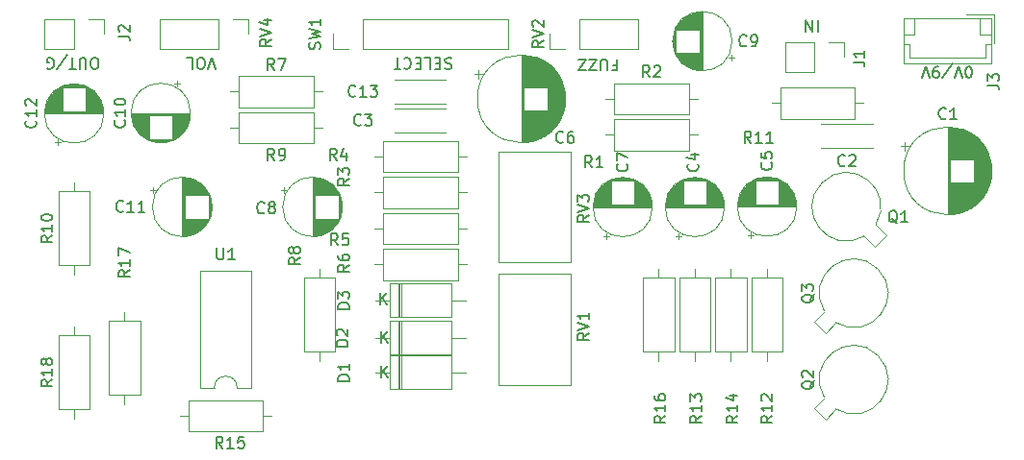
<source format=gbr>
G04 #@! TF.GenerationSoftware,KiCad,Pcbnew,(5.1.4)-1*
G04 #@! TF.CreationDate,2020-01-14T12:24:16+00:00*
G04 #@! TF.ProjectId,GFuzz,4746757a-7a2e-46b6-9963-61645f706362,rev?*
G04 #@! TF.SameCoordinates,Original*
G04 #@! TF.FileFunction,Legend,Top*
G04 #@! TF.FilePolarity,Positive*
%FSLAX46Y46*%
G04 Gerber Fmt 4.6, Leading zero omitted, Abs format (unit mm)*
G04 Created by KiCad (PCBNEW (5.1.4)-1) date 2020-01-14 12:24:16*
%MOMM*%
%LPD*%
G04 APERTURE LIST*
%ADD10C,0.150000*%
%ADD11C,0.120000*%
G04 APERTURE END LIST*
D10*
X177799761Y-90209619D02*
X177704523Y-90209619D01*
X177609285Y-90162000D01*
X177561666Y-90114380D01*
X177514047Y-90019142D01*
X177466428Y-89828666D01*
X177466428Y-89590571D01*
X177514047Y-89400095D01*
X177561666Y-89304857D01*
X177609285Y-89257238D01*
X177704523Y-89209619D01*
X177799761Y-89209619D01*
X177895000Y-89257238D01*
X177942619Y-89304857D01*
X177990238Y-89400095D01*
X178037857Y-89590571D01*
X178037857Y-89828666D01*
X177990238Y-90019142D01*
X177942619Y-90114380D01*
X177895000Y-90162000D01*
X177799761Y-90209619D01*
X177180714Y-90209619D02*
X176847380Y-89209619D01*
X176514047Y-90209619D01*
X175466428Y-90257238D02*
X176323571Y-88971523D01*
X175085476Y-89209619D02*
X174895000Y-89209619D01*
X174799761Y-89257238D01*
X174752142Y-89304857D01*
X174656904Y-89447714D01*
X174609285Y-89638190D01*
X174609285Y-90019142D01*
X174656904Y-90114380D01*
X174704523Y-90162000D01*
X174799761Y-90209619D01*
X174990238Y-90209619D01*
X175085476Y-90162000D01*
X175133095Y-90114380D01*
X175180714Y-90019142D01*
X175180714Y-89781047D01*
X175133095Y-89685809D01*
X175085476Y-89638190D01*
X174990238Y-89590571D01*
X174799761Y-89590571D01*
X174704523Y-89638190D01*
X174656904Y-89685809D01*
X174609285Y-89781047D01*
X174323571Y-90209619D02*
X173990238Y-89209619D01*
X173656904Y-90209619D01*
X164480809Y-85145619D02*
X164480809Y-86145619D01*
X164004619Y-85145619D02*
X164004619Y-86145619D01*
X163433190Y-85145619D01*
X163433190Y-86145619D01*
X146494333Y-89098428D02*
X146827666Y-89098428D01*
X146827666Y-88574619D02*
X146827666Y-89574619D01*
X146351476Y-89574619D01*
X145970523Y-89574619D02*
X145970523Y-88765095D01*
X145922904Y-88669857D01*
X145875285Y-88622238D01*
X145780047Y-88574619D01*
X145589571Y-88574619D01*
X145494333Y-88622238D01*
X145446714Y-88669857D01*
X145399095Y-88765095D01*
X145399095Y-89574619D01*
X145018142Y-89574619D02*
X144351476Y-89574619D01*
X145018142Y-88574619D01*
X144351476Y-88574619D01*
X144065761Y-89574619D02*
X143399095Y-89574619D01*
X144065761Y-88574619D01*
X143399095Y-88574619D01*
X132270190Y-88495238D02*
X132127333Y-88447619D01*
X131889238Y-88447619D01*
X131794000Y-88495238D01*
X131746380Y-88542857D01*
X131698761Y-88638095D01*
X131698761Y-88733333D01*
X131746380Y-88828571D01*
X131794000Y-88876190D01*
X131889238Y-88923809D01*
X132079714Y-88971428D01*
X132174952Y-89019047D01*
X132222571Y-89066666D01*
X132270190Y-89161904D01*
X132270190Y-89257142D01*
X132222571Y-89352380D01*
X132174952Y-89400000D01*
X132079714Y-89447619D01*
X131841619Y-89447619D01*
X131698761Y-89400000D01*
X131270190Y-88971428D02*
X130936857Y-88971428D01*
X130794000Y-88447619D02*
X131270190Y-88447619D01*
X131270190Y-89447619D01*
X130794000Y-89447619D01*
X129889238Y-88447619D02*
X130365428Y-88447619D01*
X130365428Y-89447619D01*
X129555904Y-88971428D02*
X129222571Y-88971428D01*
X129079714Y-88447619D02*
X129555904Y-88447619D01*
X129555904Y-89447619D01*
X129079714Y-89447619D01*
X128079714Y-88542857D02*
X128127333Y-88495238D01*
X128270190Y-88447619D01*
X128365428Y-88447619D01*
X128508285Y-88495238D01*
X128603523Y-88590476D01*
X128651142Y-88685714D01*
X128698761Y-88876190D01*
X128698761Y-89019047D01*
X128651142Y-89209523D01*
X128603523Y-89304761D01*
X128508285Y-89400000D01*
X128365428Y-89447619D01*
X128270190Y-89447619D01*
X128127333Y-89400000D01*
X128079714Y-89352380D01*
X127794000Y-89447619D02*
X127222571Y-89447619D01*
X127508285Y-88447619D02*
X127508285Y-89447619D01*
X111497904Y-89447619D02*
X111164571Y-88447619D01*
X110831238Y-89447619D01*
X110307428Y-89447619D02*
X110116952Y-89447619D01*
X110021714Y-89400000D01*
X109926476Y-89304761D01*
X109878857Y-89114285D01*
X109878857Y-88780952D01*
X109926476Y-88590476D01*
X110021714Y-88495238D01*
X110116952Y-88447619D01*
X110307428Y-88447619D01*
X110402666Y-88495238D01*
X110497904Y-88590476D01*
X110545523Y-88780952D01*
X110545523Y-89114285D01*
X110497904Y-89304761D01*
X110402666Y-89400000D01*
X110307428Y-89447619D01*
X108974095Y-88447619D02*
X109450285Y-88447619D01*
X109450285Y-89447619D01*
X100956809Y-89447619D02*
X100766333Y-89447619D01*
X100671095Y-89400000D01*
X100575857Y-89304761D01*
X100528238Y-89114285D01*
X100528238Y-88780952D01*
X100575857Y-88590476D01*
X100671095Y-88495238D01*
X100766333Y-88447619D01*
X100956809Y-88447619D01*
X101052047Y-88495238D01*
X101147285Y-88590476D01*
X101194904Y-88780952D01*
X101194904Y-89114285D01*
X101147285Y-89304761D01*
X101052047Y-89400000D01*
X100956809Y-89447619D01*
X100099666Y-89447619D02*
X100099666Y-88638095D01*
X100052047Y-88542857D01*
X100004428Y-88495238D01*
X99909190Y-88447619D01*
X99718714Y-88447619D01*
X99623476Y-88495238D01*
X99575857Y-88542857D01*
X99528238Y-88638095D01*
X99528238Y-89447619D01*
X99194904Y-89447619D02*
X98623476Y-89447619D01*
X98909190Y-88447619D02*
X98909190Y-89447619D01*
X97575857Y-89495238D02*
X98433000Y-88209523D01*
X96718714Y-89400000D02*
X96813952Y-89447619D01*
X96956809Y-89447619D01*
X97099666Y-89400000D01*
X97194904Y-89304761D01*
X97242523Y-89209523D01*
X97290142Y-89019047D01*
X97290142Y-88876190D01*
X97242523Y-88685714D01*
X97194904Y-88590476D01*
X97099666Y-88495238D01*
X96956809Y-88447619D01*
X96861571Y-88447619D01*
X96718714Y-88495238D01*
X96671095Y-88542857D01*
X96671095Y-88876190D01*
X96861571Y-88876190D01*
D11*
X180035000Y-84639000D02*
X177535000Y-84639000D01*
X180035000Y-87139000D02*
X180035000Y-84639000D01*
X173015000Y-86439000D02*
X173015000Y-84939000D01*
X172015000Y-86439000D02*
X173015000Y-86439000D01*
X178735000Y-86439000D02*
X178735000Y-84939000D01*
X179735000Y-86439000D02*
X178735000Y-86439000D01*
X172515000Y-87249000D02*
X172015000Y-87249000D01*
X172515000Y-88459000D02*
X172515000Y-87249000D01*
X179235000Y-88459000D02*
X172515000Y-88459000D01*
X179235000Y-87249000D02*
X179235000Y-88459000D01*
X179735000Y-87249000D02*
X179235000Y-87249000D01*
X172015000Y-88959000D02*
X179735000Y-88959000D01*
X172015000Y-84939000D02*
X172015000Y-88959000D01*
X179735000Y-84939000D02*
X172015000Y-84939000D01*
X179735000Y-88959000D02*
X179735000Y-84939000D01*
X166057456Y-111792150D02*
G75*
G03X165067719Y-110802331I1582544J2572150D01*
G01*
X165145501Y-112704448D02*
X166057669Y-111792281D01*
X164155552Y-111714499D02*
X165145501Y-112704448D01*
X165067719Y-110802331D02*
X164155552Y-111714499D01*
X121860000Y-87690000D02*
X121860000Y-86360000D01*
X123190000Y-87690000D02*
X121860000Y-87690000D01*
X124460000Y-87690000D02*
X124460000Y-85030000D01*
X124460000Y-85030000D02*
X137220000Y-85030000D01*
X124460000Y-87690000D02*
X137220000Y-87690000D01*
X137220000Y-87690000D02*
X137220000Y-85030000D01*
X127600000Y-108385000D02*
X127600000Y-111325000D01*
X127840000Y-108385000D02*
X127840000Y-111325000D01*
X127720000Y-108385000D02*
X127720000Y-111325000D01*
X133480000Y-109855000D02*
X132260000Y-109855000D01*
X125600000Y-109855000D02*
X126820000Y-109855000D01*
X132260000Y-108385000D02*
X126820000Y-108385000D01*
X132260000Y-111325000D02*
X132260000Y-108385000D01*
X126820000Y-111325000D02*
X132260000Y-111325000D01*
X126820000Y-108385000D02*
X126820000Y-111325000D01*
X153670000Y-115165000D02*
X153670000Y-114395000D01*
X153670000Y-107085000D02*
X153670000Y-107855000D01*
X155040000Y-114395000D02*
X155040000Y-107855000D01*
X152300000Y-114395000D02*
X155040000Y-114395000D01*
X152300000Y-107855000D02*
X152300000Y-114395000D01*
X155040000Y-107855000D02*
X152300000Y-107855000D01*
X110145000Y-117535000D02*
X111395000Y-117535000D01*
X110145000Y-107255000D02*
X110145000Y-117535000D01*
X114645000Y-107255000D02*
X110145000Y-107255000D01*
X114645000Y-117535000D02*
X114645000Y-107255000D01*
X113395000Y-117535000D02*
X114645000Y-117535000D01*
X111395000Y-117535000D02*
G75*
G02X113395000Y-117535000I1000000J0D01*
G01*
X153900000Y-95250000D02*
X153130000Y-95250000D01*
X145820000Y-95250000D02*
X146590000Y-95250000D01*
X153130000Y-93880000D02*
X146590000Y-93880000D01*
X153130000Y-96620000D02*
X153130000Y-93880000D01*
X146590000Y-96620000D02*
X153130000Y-96620000D01*
X146590000Y-93880000D02*
X146590000Y-96620000D01*
X172147789Y-95875000D02*
X172147789Y-96625000D01*
X171772789Y-96250000D02*
X172522789Y-96250000D01*
X179756000Y-97984000D02*
X179756000Y-98866000D01*
X179716000Y-97732000D02*
X179716000Y-99118000D01*
X179676000Y-97548000D02*
X179676000Y-99302000D01*
X179636000Y-97397000D02*
X179636000Y-99453000D01*
X179596000Y-97267000D02*
X179596000Y-99583000D01*
X179556000Y-97150000D02*
X179556000Y-99700000D01*
X179516000Y-97044000D02*
X179516000Y-99806000D01*
X179476000Y-96947000D02*
X179476000Y-99903000D01*
X179436000Y-96856000D02*
X179436000Y-99994000D01*
X179396000Y-96771000D02*
X179396000Y-100079000D01*
X179356000Y-96692000D02*
X179356000Y-100158000D01*
X179316000Y-96616000D02*
X179316000Y-100234000D01*
X179276000Y-96544000D02*
X179276000Y-100306000D01*
X179236000Y-96476000D02*
X179236000Y-100374000D01*
X179196000Y-96411000D02*
X179196000Y-100439000D01*
X179156000Y-96348000D02*
X179156000Y-100502000D01*
X179116000Y-96288000D02*
X179116000Y-100562000D01*
X179076000Y-96230000D02*
X179076000Y-100620000D01*
X179036000Y-96175000D02*
X179036000Y-100675000D01*
X178996000Y-96121000D02*
X178996000Y-100729000D01*
X178956000Y-96070000D02*
X178956000Y-100780000D01*
X178916000Y-96020000D02*
X178916000Y-100830000D01*
X178876000Y-95971000D02*
X178876000Y-100879000D01*
X178836000Y-95925000D02*
X178836000Y-100925000D01*
X178796000Y-95879000D02*
X178796000Y-100971000D01*
X178756000Y-95836000D02*
X178756000Y-101014000D01*
X178716000Y-95793000D02*
X178716000Y-101057000D01*
X178676000Y-95752000D02*
X178676000Y-101098000D01*
X178636000Y-95712000D02*
X178636000Y-101138000D01*
X178596000Y-95673000D02*
X178596000Y-101177000D01*
X178556000Y-95635000D02*
X178556000Y-101215000D01*
X178516000Y-95598000D02*
X178516000Y-101252000D01*
X178476000Y-95562000D02*
X178476000Y-101288000D01*
X178436000Y-95527000D02*
X178436000Y-101323000D01*
X178396000Y-95494000D02*
X178396000Y-101356000D01*
X178356000Y-95461000D02*
X178356000Y-101389000D01*
X178316000Y-95429000D02*
X178316000Y-101421000D01*
X178276000Y-95397000D02*
X178276000Y-101453000D01*
X178236000Y-95367000D02*
X178236000Y-101483000D01*
X178196000Y-99465000D02*
X178196000Y-101513000D01*
X178196000Y-95337000D02*
X178196000Y-97385000D01*
X178156000Y-99465000D02*
X178156000Y-101541000D01*
X178156000Y-95309000D02*
X178156000Y-97385000D01*
X178116000Y-99465000D02*
X178116000Y-101569000D01*
X178116000Y-95281000D02*
X178116000Y-97385000D01*
X178076000Y-99465000D02*
X178076000Y-101597000D01*
X178076000Y-95253000D02*
X178076000Y-97385000D01*
X178036000Y-99465000D02*
X178036000Y-101623000D01*
X178036000Y-95227000D02*
X178036000Y-97385000D01*
X177996000Y-99465000D02*
X177996000Y-101649000D01*
X177996000Y-95201000D02*
X177996000Y-97385000D01*
X177956000Y-99465000D02*
X177956000Y-101674000D01*
X177956000Y-95176000D02*
X177956000Y-97385000D01*
X177916000Y-99465000D02*
X177916000Y-101699000D01*
X177916000Y-95151000D02*
X177916000Y-97385000D01*
X177876000Y-99465000D02*
X177876000Y-101722000D01*
X177876000Y-95128000D02*
X177876000Y-97385000D01*
X177836000Y-99465000D02*
X177836000Y-101746000D01*
X177836000Y-95104000D02*
X177836000Y-97385000D01*
X177796000Y-99465000D02*
X177796000Y-101768000D01*
X177796000Y-95082000D02*
X177796000Y-97385000D01*
X177756000Y-99465000D02*
X177756000Y-101790000D01*
X177756000Y-95060000D02*
X177756000Y-97385000D01*
X177716000Y-99465000D02*
X177716000Y-101811000D01*
X177716000Y-95039000D02*
X177716000Y-97385000D01*
X177676000Y-99465000D02*
X177676000Y-101832000D01*
X177676000Y-95018000D02*
X177676000Y-97385000D01*
X177636000Y-99465000D02*
X177636000Y-101852000D01*
X177636000Y-94998000D02*
X177636000Y-97385000D01*
X177596000Y-99465000D02*
X177596000Y-101872000D01*
X177596000Y-94978000D02*
X177596000Y-97385000D01*
X177556000Y-99465000D02*
X177556000Y-101891000D01*
X177556000Y-94959000D02*
X177556000Y-97385000D01*
X177516000Y-99465000D02*
X177516000Y-101909000D01*
X177516000Y-94941000D02*
X177516000Y-97385000D01*
X177476000Y-99465000D02*
X177476000Y-101927000D01*
X177476000Y-94923000D02*
X177476000Y-97385000D01*
X177436000Y-99465000D02*
X177436000Y-101945000D01*
X177436000Y-94905000D02*
X177436000Y-97385000D01*
X177396000Y-99465000D02*
X177396000Y-101961000D01*
X177396000Y-94889000D02*
X177396000Y-97385000D01*
X177356000Y-99465000D02*
X177356000Y-101978000D01*
X177356000Y-94872000D02*
X177356000Y-97385000D01*
X177316000Y-99465000D02*
X177316000Y-101993000D01*
X177316000Y-94857000D02*
X177316000Y-97385000D01*
X177276000Y-99465000D02*
X177276000Y-102009000D01*
X177276000Y-94841000D02*
X177276000Y-97385000D01*
X177236000Y-99465000D02*
X177236000Y-102023000D01*
X177236000Y-94827000D02*
X177236000Y-97385000D01*
X177196000Y-99465000D02*
X177196000Y-102038000D01*
X177196000Y-94812000D02*
X177196000Y-97385000D01*
X177156000Y-99465000D02*
X177156000Y-102051000D01*
X177156000Y-94799000D02*
X177156000Y-97385000D01*
X177116000Y-99465000D02*
X177116000Y-102065000D01*
X177116000Y-94785000D02*
X177116000Y-97385000D01*
X177076000Y-99465000D02*
X177076000Y-102078000D01*
X177076000Y-94772000D02*
X177076000Y-97385000D01*
X177036000Y-99465000D02*
X177036000Y-102090000D01*
X177036000Y-94760000D02*
X177036000Y-97385000D01*
X176996000Y-99465000D02*
X176996000Y-102102000D01*
X176996000Y-94748000D02*
X176996000Y-97385000D01*
X176956000Y-99465000D02*
X176956000Y-102113000D01*
X176956000Y-94737000D02*
X176956000Y-97385000D01*
X176916000Y-99465000D02*
X176916000Y-102124000D01*
X176916000Y-94726000D02*
X176916000Y-97385000D01*
X176876000Y-99465000D02*
X176876000Y-102135000D01*
X176876000Y-94715000D02*
X176876000Y-97385000D01*
X176836000Y-99465000D02*
X176836000Y-102145000D01*
X176836000Y-94705000D02*
X176836000Y-97385000D01*
X176796000Y-99465000D02*
X176796000Y-102154000D01*
X176796000Y-94696000D02*
X176796000Y-97385000D01*
X176756000Y-99465000D02*
X176756000Y-102163000D01*
X176756000Y-94687000D02*
X176756000Y-97385000D01*
X176716000Y-99465000D02*
X176716000Y-102172000D01*
X176716000Y-94678000D02*
X176716000Y-97385000D01*
X176676000Y-99465000D02*
X176676000Y-102180000D01*
X176676000Y-94670000D02*
X176676000Y-97385000D01*
X176636000Y-99465000D02*
X176636000Y-102188000D01*
X176636000Y-94662000D02*
X176636000Y-97385000D01*
X176595000Y-99465000D02*
X176595000Y-102195000D01*
X176595000Y-94655000D02*
X176595000Y-97385000D01*
X176555000Y-99465000D02*
X176555000Y-102202000D01*
X176555000Y-94648000D02*
X176555000Y-97385000D01*
X176515000Y-99465000D02*
X176515000Y-102209000D01*
X176515000Y-94641000D02*
X176515000Y-97385000D01*
X176475000Y-99465000D02*
X176475000Y-102215000D01*
X176475000Y-94635000D02*
X176475000Y-97385000D01*
X176435000Y-99465000D02*
X176435000Y-102220000D01*
X176435000Y-94630000D02*
X176435000Y-97385000D01*
X176395000Y-99465000D02*
X176395000Y-102226000D01*
X176395000Y-94624000D02*
X176395000Y-97385000D01*
X176355000Y-99465000D02*
X176355000Y-102230000D01*
X176355000Y-94620000D02*
X176355000Y-97385000D01*
X176315000Y-99465000D02*
X176315000Y-102235000D01*
X176315000Y-94615000D02*
X176315000Y-97385000D01*
X176275000Y-99465000D02*
X176275000Y-102239000D01*
X176275000Y-94611000D02*
X176275000Y-97385000D01*
X176235000Y-99465000D02*
X176235000Y-102242000D01*
X176235000Y-94608000D02*
X176235000Y-97385000D01*
X176195000Y-99465000D02*
X176195000Y-102245000D01*
X176195000Y-94605000D02*
X176195000Y-97385000D01*
X176155000Y-99465000D02*
X176155000Y-102248000D01*
X176155000Y-94602000D02*
X176155000Y-97385000D01*
X176115000Y-94600000D02*
X176115000Y-102250000D01*
X176075000Y-94598000D02*
X176075000Y-102252000D01*
X176035000Y-94596000D02*
X176035000Y-102254000D01*
X175995000Y-94595000D02*
X175995000Y-102255000D01*
X175955000Y-94595000D02*
X175955000Y-102255000D01*
X175915000Y-94595000D02*
X175915000Y-102255000D01*
X179785000Y-98425000D02*
G75*
G03X179785000Y-98425000I-3870000J0D01*
G01*
X114360000Y-85030000D02*
X114360000Y-86360000D01*
X113030000Y-85030000D02*
X114360000Y-85030000D01*
X111760000Y-85030000D02*
X111760000Y-87690000D01*
X111760000Y-87690000D02*
X106620000Y-87690000D01*
X111760000Y-85030000D02*
X106620000Y-85030000D01*
X106620000Y-85030000D02*
X106620000Y-87690000D01*
X136400000Y-96715000D02*
X142740000Y-96715000D01*
X136400000Y-106485000D02*
X142740000Y-106485000D01*
X142740000Y-106485000D02*
X142740000Y-96715000D01*
X136400000Y-106485000D02*
X136400000Y-96715000D01*
X140910000Y-87690000D02*
X140910000Y-86360000D01*
X142240000Y-87690000D02*
X140910000Y-87690000D01*
X143510000Y-87690000D02*
X143510000Y-85030000D01*
X143510000Y-85030000D02*
X148650000Y-85030000D01*
X143510000Y-87690000D02*
X148650000Y-87690000D01*
X148650000Y-87690000D02*
X148650000Y-85030000D01*
X136400000Y-107510000D02*
X142740000Y-107510000D01*
X136400000Y-117280000D02*
X142740000Y-117280000D01*
X142740000Y-117280000D02*
X142740000Y-107510000D01*
X136400000Y-117280000D02*
X136400000Y-107510000D01*
X99060000Y-112165000D02*
X99060000Y-112935000D01*
X99060000Y-120245000D02*
X99060000Y-119475000D01*
X97690000Y-112935000D02*
X97690000Y-119475000D01*
X100430000Y-112935000D02*
X97690000Y-112935000D01*
X100430000Y-119475000D02*
X100430000Y-112935000D01*
X97690000Y-119475000D02*
X100430000Y-119475000D01*
X103505000Y-118975000D02*
X103505000Y-118205000D01*
X103505000Y-110895000D02*
X103505000Y-111665000D01*
X104875000Y-118205000D02*
X104875000Y-111665000D01*
X102135000Y-118205000D02*
X104875000Y-118205000D01*
X102135000Y-111665000D02*
X102135000Y-118205000D01*
X104875000Y-111665000D02*
X102135000Y-111665000D01*
X150495000Y-107085000D02*
X150495000Y-107855000D01*
X150495000Y-115165000D02*
X150495000Y-114395000D01*
X149125000Y-107855000D02*
X149125000Y-114395000D01*
X151865000Y-107855000D02*
X149125000Y-107855000D01*
X151865000Y-114395000D02*
X151865000Y-107855000D01*
X149125000Y-114395000D02*
X151865000Y-114395000D01*
X116435000Y-120015000D02*
X115665000Y-120015000D01*
X108355000Y-120015000D02*
X109125000Y-120015000D01*
X115665000Y-118645000D02*
X109125000Y-118645000D01*
X115665000Y-121385000D02*
X115665000Y-118645000D01*
X109125000Y-121385000D02*
X115665000Y-121385000D01*
X109125000Y-118645000D02*
X109125000Y-121385000D01*
X156845000Y-115165000D02*
X156845000Y-114395000D01*
X156845000Y-107085000D02*
X156845000Y-107855000D01*
X158215000Y-114395000D02*
X158215000Y-107855000D01*
X155475000Y-114395000D02*
X158215000Y-114395000D01*
X155475000Y-107855000D02*
X155475000Y-114395000D01*
X158215000Y-107855000D02*
X155475000Y-107855000D01*
X160020000Y-115165000D02*
X160020000Y-114395000D01*
X160020000Y-107085000D02*
X160020000Y-107855000D01*
X161390000Y-114395000D02*
X161390000Y-107855000D01*
X158650000Y-114395000D02*
X161390000Y-114395000D01*
X158650000Y-107855000D02*
X158650000Y-114395000D01*
X161390000Y-107855000D02*
X158650000Y-107855000D01*
X168505000Y-92456000D02*
X167735000Y-92456000D01*
X160425000Y-92456000D02*
X161195000Y-92456000D01*
X167735000Y-91086000D02*
X161195000Y-91086000D01*
X167735000Y-93826000D02*
X167735000Y-91086000D01*
X161195000Y-93826000D02*
X167735000Y-93826000D01*
X161195000Y-91086000D02*
X161195000Y-93826000D01*
X99060000Y-99465000D02*
X99060000Y-100235000D01*
X99060000Y-107545000D02*
X99060000Y-106775000D01*
X97690000Y-100235000D02*
X97690000Y-106775000D01*
X100430000Y-100235000D02*
X97690000Y-100235000D01*
X100430000Y-106775000D02*
X100430000Y-100235000D01*
X97690000Y-106775000D02*
X100430000Y-106775000D01*
X120880000Y-94615000D02*
X120110000Y-94615000D01*
X112800000Y-94615000D02*
X113570000Y-94615000D01*
X120110000Y-93245000D02*
X113570000Y-93245000D01*
X120110000Y-95985000D02*
X120110000Y-93245000D01*
X113570000Y-95985000D02*
X120110000Y-95985000D01*
X113570000Y-93245000D02*
X113570000Y-95985000D01*
X120650000Y-115165000D02*
X120650000Y-114395000D01*
X120650000Y-107085000D02*
X120650000Y-107855000D01*
X122020000Y-114395000D02*
X122020000Y-107855000D01*
X119280000Y-114395000D02*
X122020000Y-114395000D01*
X119280000Y-107855000D02*
X119280000Y-114395000D01*
X122020000Y-107855000D02*
X119280000Y-107855000D01*
X120880000Y-91440000D02*
X120110000Y-91440000D01*
X112800000Y-91440000D02*
X113570000Y-91440000D01*
X120110000Y-90070000D02*
X113570000Y-90070000D01*
X120110000Y-92810000D02*
X120110000Y-90070000D01*
X113570000Y-92810000D02*
X120110000Y-92810000D01*
X113570000Y-90070000D02*
X113570000Y-92810000D01*
X133580000Y-106680000D02*
X132810000Y-106680000D01*
X125500000Y-106680000D02*
X126270000Y-106680000D01*
X132810000Y-105310000D02*
X126270000Y-105310000D01*
X132810000Y-108050000D02*
X132810000Y-105310000D01*
X126270000Y-108050000D02*
X132810000Y-108050000D01*
X126270000Y-105310000D02*
X126270000Y-108050000D01*
X133580000Y-103505000D02*
X132810000Y-103505000D01*
X125500000Y-103505000D02*
X126270000Y-103505000D01*
X132810000Y-102135000D02*
X126270000Y-102135000D01*
X132810000Y-104875000D02*
X132810000Y-102135000D01*
X126270000Y-104875000D02*
X132810000Y-104875000D01*
X126270000Y-102135000D02*
X126270000Y-104875000D01*
X125500000Y-97155000D02*
X126270000Y-97155000D01*
X133580000Y-97155000D02*
X132810000Y-97155000D01*
X126270000Y-98525000D02*
X132810000Y-98525000D01*
X126270000Y-95785000D02*
X126270000Y-98525000D01*
X132810000Y-95785000D02*
X126270000Y-95785000D01*
X132810000Y-98525000D02*
X132810000Y-95785000D01*
X133580000Y-100330000D02*
X132810000Y-100330000D01*
X125500000Y-100330000D02*
X126270000Y-100330000D01*
X132810000Y-98960000D02*
X126270000Y-98960000D01*
X132810000Y-101700000D02*
X132810000Y-98960000D01*
X126270000Y-101700000D02*
X132810000Y-101700000D01*
X126270000Y-98960000D02*
X126270000Y-101700000D01*
X153900000Y-92075000D02*
X153130000Y-92075000D01*
X145820000Y-92075000D02*
X146590000Y-92075000D01*
X153130000Y-90705000D02*
X146590000Y-90705000D01*
X153130000Y-93445000D02*
X153130000Y-90705000D01*
X146590000Y-93445000D02*
X153130000Y-93445000D01*
X146590000Y-90705000D02*
X146590000Y-93445000D01*
X166057456Y-119412150D02*
G75*
G03X165067719Y-118422331I1582544J2572150D01*
G01*
X165145501Y-120324448D02*
X166057669Y-119412281D01*
X164155552Y-119334499D02*
X165145501Y-120324448D01*
X165067719Y-118422331D02*
X164155552Y-119334499D01*
X169577150Y-103182544D02*
G75*
G03X168587331Y-104172281I-2572150J1582544D01*
G01*
X170489448Y-104094499D02*
X169577281Y-103182331D01*
X169499499Y-105084448D02*
X170489448Y-104094499D01*
X168587331Y-104172281D02*
X169499499Y-105084448D01*
X101660000Y-85030000D02*
X101660000Y-86360000D01*
X100330000Y-85030000D02*
X101660000Y-85030000D01*
X99060000Y-85030000D02*
X99060000Y-87690000D01*
X99060000Y-87690000D02*
X96460000Y-87690000D01*
X99060000Y-85030000D02*
X96460000Y-85030000D01*
X96460000Y-85030000D02*
X96460000Y-87690000D01*
X166811000Y-87062000D02*
X166811000Y-88392000D01*
X165481000Y-87062000D02*
X166811000Y-87062000D01*
X164211000Y-87062000D02*
X164211000Y-89722000D01*
X164211000Y-89722000D02*
X161611000Y-89722000D01*
X164211000Y-87062000D02*
X161611000Y-87062000D01*
X161611000Y-87062000D02*
X161611000Y-89722000D01*
X127600000Y-111687000D02*
X127600000Y-114627000D01*
X127840000Y-111687000D02*
X127840000Y-114627000D01*
X127720000Y-111687000D02*
X127720000Y-114627000D01*
X133480000Y-113157000D02*
X132260000Y-113157000D01*
X125600000Y-113157000D02*
X126820000Y-113157000D01*
X132260000Y-111687000D02*
X126820000Y-111687000D01*
X132260000Y-114627000D02*
X132260000Y-111687000D01*
X126820000Y-114627000D02*
X132260000Y-114627000D01*
X126820000Y-111687000D02*
X126820000Y-114627000D01*
X127600000Y-114735000D02*
X127600000Y-117675000D01*
X127840000Y-114735000D02*
X127840000Y-117675000D01*
X127720000Y-114735000D02*
X127720000Y-117675000D01*
X133480000Y-116205000D02*
X132260000Y-116205000D01*
X125600000Y-116205000D02*
X126820000Y-116205000D01*
X132260000Y-114735000D02*
X126820000Y-114735000D01*
X132260000Y-117675000D02*
X132260000Y-114735000D01*
X126820000Y-117675000D02*
X132260000Y-117675000D01*
X126820000Y-114735000D02*
X126820000Y-117675000D01*
X131770000Y-92495000D02*
X131770000Y-92510000D01*
X131770000Y-90370000D02*
X131770000Y-90385000D01*
X127230000Y-92495000D02*
X127230000Y-92510000D01*
X127230000Y-90370000D02*
X127230000Y-90385000D01*
X127230000Y-92510000D02*
X131770000Y-92510000D01*
X127230000Y-90370000D02*
X131770000Y-90370000D01*
X97335000Y-95919775D02*
X97835000Y-95919775D01*
X97585000Y-96169775D02*
X97585000Y-95669775D01*
X98776000Y-90764000D02*
X99344000Y-90764000D01*
X98542000Y-90804000D02*
X99578000Y-90804000D01*
X98383000Y-90844000D02*
X99737000Y-90844000D01*
X98255000Y-90884000D02*
X99865000Y-90884000D01*
X98145000Y-90924000D02*
X99975000Y-90924000D01*
X98049000Y-90964000D02*
X100071000Y-90964000D01*
X97962000Y-91004000D02*
X100158000Y-91004000D01*
X97882000Y-91044000D02*
X100238000Y-91044000D01*
X100100000Y-91084000D02*
X100311000Y-91084000D01*
X97809000Y-91084000D02*
X98020000Y-91084000D01*
X100100000Y-91124000D02*
X100379000Y-91124000D01*
X97741000Y-91124000D02*
X98020000Y-91124000D01*
X100100000Y-91164000D02*
X100443000Y-91164000D01*
X97677000Y-91164000D02*
X98020000Y-91164000D01*
X100100000Y-91204000D02*
X100503000Y-91204000D01*
X97617000Y-91204000D02*
X98020000Y-91204000D01*
X100100000Y-91244000D02*
X100560000Y-91244000D01*
X97560000Y-91244000D02*
X98020000Y-91244000D01*
X100100000Y-91284000D02*
X100614000Y-91284000D01*
X97506000Y-91284000D02*
X98020000Y-91284000D01*
X100100000Y-91324000D02*
X100665000Y-91324000D01*
X97455000Y-91324000D02*
X98020000Y-91324000D01*
X100100000Y-91364000D02*
X100713000Y-91364000D01*
X97407000Y-91364000D02*
X98020000Y-91364000D01*
X100100000Y-91404000D02*
X100759000Y-91404000D01*
X97361000Y-91404000D02*
X98020000Y-91404000D01*
X100100000Y-91444000D02*
X100803000Y-91444000D01*
X97317000Y-91444000D02*
X98020000Y-91444000D01*
X100100000Y-91484000D02*
X100845000Y-91484000D01*
X97275000Y-91484000D02*
X98020000Y-91484000D01*
X100100000Y-91524000D02*
X100886000Y-91524000D01*
X97234000Y-91524000D02*
X98020000Y-91524000D01*
X100100000Y-91564000D02*
X100924000Y-91564000D01*
X97196000Y-91564000D02*
X98020000Y-91564000D01*
X100100000Y-91604000D02*
X100961000Y-91604000D01*
X97159000Y-91604000D02*
X98020000Y-91604000D01*
X100100000Y-91644000D02*
X100997000Y-91644000D01*
X97123000Y-91644000D02*
X98020000Y-91644000D01*
X100100000Y-91684000D02*
X101031000Y-91684000D01*
X97089000Y-91684000D02*
X98020000Y-91684000D01*
X100100000Y-91724000D02*
X101064000Y-91724000D01*
X97056000Y-91724000D02*
X98020000Y-91724000D01*
X100100000Y-91764000D02*
X101095000Y-91764000D01*
X97025000Y-91764000D02*
X98020000Y-91764000D01*
X100100000Y-91804000D02*
X101125000Y-91804000D01*
X96995000Y-91804000D02*
X98020000Y-91804000D01*
X100100000Y-91844000D02*
X101155000Y-91844000D01*
X96965000Y-91844000D02*
X98020000Y-91844000D01*
X100100000Y-91884000D02*
X101182000Y-91884000D01*
X96938000Y-91884000D02*
X98020000Y-91884000D01*
X100100000Y-91924000D02*
X101209000Y-91924000D01*
X96911000Y-91924000D02*
X98020000Y-91924000D01*
X100100000Y-91964000D02*
X101235000Y-91964000D01*
X96885000Y-91964000D02*
X98020000Y-91964000D01*
X100100000Y-92004000D02*
X101260000Y-92004000D01*
X96860000Y-92004000D02*
X98020000Y-92004000D01*
X100100000Y-92044000D02*
X101284000Y-92044000D01*
X96836000Y-92044000D02*
X98020000Y-92044000D01*
X100100000Y-92084000D02*
X101307000Y-92084000D01*
X96813000Y-92084000D02*
X98020000Y-92084000D01*
X100100000Y-92124000D02*
X101328000Y-92124000D01*
X96792000Y-92124000D02*
X98020000Y-92124000D01*
X100100000Y-92164000D02*
X101350000Y-92164000D01*
X96770000Y-92164000D02*
X98020000Y-92164000D01*
X100100000Y-92204000D02*
X101370000Y-92204000D01*
X96750000Y-92204000D02*
X98020000Y-92204000D01*
X100100000Y-92244000D02*
X101389000Y-92244000D01*
X96731000Y-92244000D02*
X98020000Y-92244000D01*
X100100000Y-92284000D02*
X101408000Y-92284000D01*
X96712000Y-92284000D02*
X98020000Y-92284000D01*
X100100000Y-92324000D02*
X101425000Y-92324000D01*
X96695000Y-92324000D02*
X98020000Y-92324000D01*
X100100000Y-92364000D02*
X101442000Y-92364000D01*
X96678000Y-92364000D02*
X98020000Y-92364000D01*
X100100000Y-92404000D02*
X101458000Y-92404000D01*
X96662000Y-92404000D02*
X98020000Y-92404000D01*
X100100000Y-92444000D02*
X101474000Y-92444000D01*
X96646000Y-92444000D02*
X98020000Y-92444000D01*
X100100000Y-92484000D02*
X101488000Y-92484000D01*
X96632000Y-92484000D02*
X98020000Y-92484000D01*
X100100000Y-92524000D02*
X101502000Y-92524000D01*
X96618000Y-92524000D02*
X98020000Y-92524000D01*
X100100000Y-92564000D02*
X101515000Y-92564000D01*
X96605000Y-92564000D02*
X98020000Y-92564000D01*
X100100000Y-92604000D02*
X101528000Y-92604000D01*
X96592000Y-92604000D02*
X98020000Y-92604000D01*
X100100000Y-92644000D02*
X101540000Y-92644000D01*
X96580000Y-92644000D02*
X98020000Y-92644000D01*
X100100000Y-92685000D02*
X101551000Y-92685000D01*
X96569000Y-92685000D02*
X98020000Y-92685000D01*
X100100000Y-92725000D02*
X101561000Y-92725000D01*
X96559000Y-92725000D02*
X98020000Y-92725000D01*
X100100000Y-92765000D02*
X101571000Y-92765000D01*
X96549000Y-92765000D02*
X98020000Y-92765000D01*
X100100000Y-92805000D02*
X101580000Y-92805000D01*
X96540000Y-92805000D02*
X98020000Y-92805000D01*
X100100000Y-92845000D02*
X101588000Y-92845000D01*
X96532000Y-92845000D02*
X98020000Y-92845000D01*
X100100000Y-92885000D02*
X101596000Y-92885000D01*
X96524000Y-92885000D02*
X98020000Y-92885000D01*
X100100000Y-92925000D02*
X101603000Y-92925000D01*
X96517000Y-92925000D02*
X98020000Y-92925000D01*
X100100000Y-92965000D02*
X101610000Y-92965000D01*
X96510000Y-92965000D02*
X98020000Y-92965000D01*
X100100000Y-93005000D02*
X101616000Y-93005000D01*
X96504000Y-93005000D02*
X98020000Y-93005000D01*
X100100000Y-93045000D02*
X101621000Y-93045000D01*
X96499000Y-93045000D02*
X98020000Y-93045000D01*
X100100000Y-93085000D02*
X101625000Y-93085000D01*
X96495000Y-93085000D02*
X98020000Y-93085000D01*
X100100000Y-93125000D02*
X101629000Y-93125000D01*
X96491000Y-93125000D02*
X98020000Y-93125000D01*
X96487000Y-93165000D02*
X101633000Y-93165000D01*
X96484000Y-93205000D02*
X101636000Y-93205000D01*
X96482000Y-93245000D02*
X101638000Y-93245000D01*
X96481000Y-93285000D02*
X101639000Y-93285000D01*
X96480000Y-93325000D02*
X101640000Y-93325000D01*
X96480000Y-93365000D02*
X101640000Y-93365000D01*
X101680000Y-93365000D02*
G75*
G03X101680000Y-93365000I-2620000J0D01*
G01*
X106010225Y-99875000D02*
X106010225Y-100375000D01*
X105760225Y-100125000D02*
X106260225Y-100125000D01*
X111166000Y-101316000D02*
X111166000Y-101884000D01*
X111126000Y-101082000D02*
X111126000Y-102118000D01*
X111086000Y-100923000D02*
X111086000Y-102277000D01*
X111046000Y-100795000D02*
X111046000Y-102405000D01*
X111006000Y-100685000D02*
X111006000Y-102515000D01*
X110966000Y-100589000D02*
X110966000Y-102611000D01*
X110926000Y-100502000D02*
X110926000Y-102698000D01*
X110886000Y-100422000D02*
X110886000Y-102778000D01*
X110846000Y-102640000D02*
X110846000Y-102851000D01*
X110846000Y-100349000D02*
X110846000Y-100560000D01*
X110806000Y-102640000D02*
X110806000Y-102919000D01*
X110806000Y-100281000D02*
X110806000Y-100560000D01*
X110766000Y-102640000D02*
X110766000Y-102983000D01*
X110766000Y-100217000D02*
X110766000Y-100560000D01*
X110726000Y-102640000D02*
X110726000Y-103043000D01*
X110726000Y-100157000D02*
X110726000Y-100560000D01*
X110686000Y-102640000D02*
X110686000Y-103100000D01*
X110686000Y-100100000D02*
X110686000Y-100560000D01*
X110646000Y-102640000D02*
X110646000Y-103154000D01*
X110646000Y-100046000D02*
X110646000Y-100560000D01*
X110606000Y-102640000D02*
X110606000Y-103205000D01*
X110606000Y-99995000D02*
X110606000Y-100560000D01*
X110566000Y-102640000D02*
X110566000Y-103253000D01*
X110566000Y-99947000D02*
X110566000Y-100560000D01*
X110526000Y-102640000D02*
X110526000Y-103299000D01*
X110526000Y-99901000D02*
X110526000Y-100560000D01*
X110486000Y-102640000D02*
X110486000Y-103343000D01*
X110486000Y-99857000D02*
X110486000Y-100560000D01*
X110446000Y-102640000D02*
X110446000Y-103385000D01*
X110446000Y-99815000D02*
X110446000Y-100560000D01*
X110406000Y-102640000D02*
X110406000Y-103426000D01*
X110406000Y-99774000D02*
X110406000Y-100560000D01*
X110366000Y-102640000D02*
X110366000Y-103464000D01*
X110366000Y-99736000D02*
X110366000Y-100560000D01*
X110326000Y-102640000D02*
X110326000Y-103501000D01*
X110326000Y-99699000D02*
X110326000Y-100560000D01*
X110286000Y-102640000D02*
X110286000Y-103537000D01*
X110286000Y-99663000D02*
X110286000Y-100560000D01*
X110246000Y-102640000D02*
X110246000Y-103571000D01*
X110246000Y-99629000D02*
X110246000Y-100560000D01*
X110206000Y-102640000D02*
X110206000Y-103604000D01*
X110206000Y-99596000D02*
X110206000Y-100560000D01*
X110166000Y-102640000D02*
X110166000Y-103635000D01*
X110166000Y-99565000D02*
X110166000Y-100560000D01*
X110126000Y-102640000D02*
X110126000Y-103665000D01*
X110126000Y-99535000D02*
X110126000Y-100560000D01*
X110086000Y-102640000D02*
X110086000Y-103695000D01*
X110086000Y-99505000D02*
X110086000Y-100560000D01*
X110046000Y-102640000D02*
X110046000Y-103722000D01*
X110046000Y-99478000D02*
X110046000Y-100560000D01*
X110006000Y-102640000D02*
X110006000Y-103749000D01*
X110006000Y-99451000D02*
X110006000Y-100560000D01*
X109966000Y-102640000D02*
X109966000Y-103775000D01*
X109966000Y-99425000D02*
X109966000Y-100560000D01*
X109926000Y-102640000D02*
X109926000Y-103800000D01*
X109926000Y-99400000D02*
X109926000Y-100560000D01*
X109886000Y-102640000D02*
X109886000Y-103824000D01*
X109886000Y-99376000D02*
X109886000Y-100560000D01*
X109846000Y-102640000D02*
X109846000Y-103847000D01*
X109846000Y-99353000D02*
X109846000Y-100560000D01*
X109806000Y-102640000D02*
X109806000Y-103868000D01*
X109806000Y-99332000D02*
X109806000Y-100560000D01*
X109766000Y-102640000D02*
X109766000Y-103890000D01*
X109766000Y-99310000D02*
X109766000Y-100560000D01*
X109726000Y-102640000D02*
X109726000Y-103910000D01*
X109726000Y-99290000D02*
X109726000Y-100560000D01*
X109686000Y-102640000D02*
X109686000Y-103929000D01*
X109686000Y-99271000D02*
X109686000Y-100560000D01*
X109646000Y-102640000D02*
X109646000Y-103948000D01*
X109646000Y-99252000D02*
X109646000Y-100560000D01*
X109606000Y-102640000D02*
X109606000Y-103965000D01*
X109606000Y-99235000D02*
X109606000Y-100560000D01*
X109566000Y-102640000D02*
X109566000Y-103982000D01*
X109566000Y-99218000D02*
X109566000Y-100560000D01*
X109526000Y-102640000D02*
X109526000Y-103998000D01*
X109526000Y-99202000D02*
X109526000Y-100560000D01*
X109486000Y-102640000D02*
X109486000Y-104014000D01*
X109486000Y-99186000D02*
X109486000Y-100560000D01*
X109446000Y-102640000D02*
X109446000Y-104028000D01*
X109446000Y-99172000D02*
X109446000Y-100560000D01*
X109406000Y-102640000D02*
X109406000Y-104042000D01*
X109406000Y-99158000D02*
X109406000Y-100560000D01*
X109366000Y-102640000D02*
X109366000Y-104055000D01*
X109366000Y-99145000D02*
X109366000Y-100560000D01*
X109326000Y-102640000D02*
X109326000Y-104068000D01*
X109326000Y-99132000D02*
X109326000Y-100560000D01*
X109286000Y-102640000D02*
X109286000Y-104080000D01*
X109286000Y-99120000D02*
X109286000Y-100560000D01*
X109245000Y-102640000D02*
X109245000Y-104091000D01*
X109245000Y-99109000D02*
X109245000Y-100560000D01*
X109205000Y-102640000D02*
X109205000Y-104101000D01*
X109205000Y-99099000D02*
X109205000Y-100560000D01*
X109165000Y-102640000D02*
X109165000Y-104111000D01*
X109165000Y-99089000D02*
X109165000Y-100560000D01*
X109125000Y-102640000D02*
X109125000Y-104120000D01*
X109125000Y-99080000D02*
X109125000Y-100560000D01*
X109085000Y-102640000D02*
X109085000Y-104128000D01*
X109085000Y-99072000D02*
X109085000Y-100560000D01*
X109045000Y-102640000D02*
X109045000Y-104136000D01*
X109045000Y-99064000D02*
X109045000Y-100560000D01*
X109005000Y-102640000D02*
X109005000Y-104143000D01*
X109005000Y-99057000D02*
X109005000Y-100560000D01*
X108965000Y-102640000D02*
X108965000Y-104150000D01*
X108965000Y-99050000D02*
X108965000Y-100560000D01*
X108925000Y-102640000D02*
X108925000Y-104156000D01*
X108925000Y-99044000D02*
X108925000Y-100560000D01*
X108885000Y-102640000D02*
X108885000Y-104161000D01*
X108885000Y-99039000D02*
X108885000Y-100560000D01*
X108845000Y-102640000D02*
X108845000Y-104165000D01*
X108845000Y-99035000D02*
X108845000Y-100560000D01*
X108805000Y-102640000D02*
X108805000Y-104169000D01*
X108805000Y-99031000D02*
X108805000Y-100560000D01*
X108765000Y-99027000D02*
X108765000Y-104173000D01*
X108725000Y-99024000D02*
X108725000Y-104176000D01*
X108685000Y-99022000D02*
X108685000Y-104178000D01*
X108645000Y-99021000D02*
X108645000Y-104179000D01*
X108605000Y-99020000D02*
X108605000Y-104180000D01*
X108565000Y-99020000D02*
X108565000Y-104180000D01*
X111185000Y-101600000D02*
G75*
G03X111185000Y-101600000I-2620000J0D01*
G01*
X108405000Y-90770225D02*
X107905000Y-90770225D01*
X108155000Y-90520225D02*
X108155000Y-91020225D01*
X106964000Y-95926000D02*
X106396000Y-95926000D01*
X107198000Y-95886000D02*
X106162000Y-95886000D01*
X107357000Y-95846000D02*
X106003000Y-95846000D01*
X107485000Y-95806000D02*
X105875000Y-95806000D01*
X107595000Y-95766000D02*
X105765000Y-95766000D01*
X107691000Y-95726000D02*
X105669000Y-95726000D01*
X107778000Y-95686000D02*
X105582000Y-95686000D01*
X107858000Y-95646000D02*
X105502000Y-95646000D01*
X105640000Y-95606000D02*
X105429000Y-95606000D01*
X107931000Y-95606000D02*
X107720000Y-95606000D01*
X105640000Y-95566000D02*
X105361000Y-95566000D01*
X107999000Y-95566000D02*
X107720000Y-95566000D01*
X105640000Y-95526000D02*
X105297000Y-95526000D01*
X108063000Y-95526000D02*
X107720000Y-95526000D01*
X105640000Y-95486000D02*
X105237000Y-95486000D01*
X108123000Y-95486000D02*
X107720000Y-95486000D01*
X105640000Y-95446000D02*
X105180000Y-95446000D01*
X108180000Y-95446000D02*
X107720000Y-95446000D01*
X105640000Y-95406000D02*
X105126000Y-95406000D01*
X108234000Y-95406000D02*
X107720000Y-95406000D01*
X105640000Y-95366000D02*
X105075000Y-95366000D01*
X108285000Y-95366000D02*
X107720000Y-95366000D01*
X105640000Y-95326000D02*
X105027000Y-95326000D01*
X108333000Y-95326000D02*
X107720000Y-95326000D01*
X105640000Y-95286000D02*
X104981000Y-95286000D01*
X108379000Y-95286000D02*
X107720000Y-95286000D01*
X105640000Y-95246000D02*
X104937000Y-95246000D01*
X108423000Y-95246000D02*
X107720000Y-95246000D01*
X105640000Y-95206000D02*
X104895000Y-95206000D01*
X108465000Y-95206000D02*
X107720000Y-95206000D01*
X105640000Y-95166000D02*
X104854000Y-95166000D01*
X108506000Y-95166000D02*
X107720000Y-95166000D01*
X105640000Y-95126000D02*
X104816000Y-95126000D01*
X108544000Y-95126000D02*
X107720000Y-95126000D01*
X105640000Y-95086000D02*
X104779000Y-95086000D01*
X108581000Y-95086000D02*
X107720000Y-95086000D01*
X105640000Y-95046000D02*
X104743000Y-95046000D01*
X108617000Y-95046000D02*
X107720000Y-95046000D01*
X105640000Y-95006000D02*
X104709000Y-95006000D01*
X108651000Y-95006000D02*
X107720000Y-95006000D01*
X105640000Y-94966000D02*
X104676000Y-94966000D01*
X108684000Y-94966000D02*
X107720000Y-94966000D01*
X105640000Y-94926000D02*
X104645000Y-94926000D01*
X108715000Y-94926000D02*
X107720000Y-94926000D01*
X105640000Y-94886000D02*
X104615000Y-94886000D01*
X108745000Y-94886000D02*
X107720000Y-94886000D01*
X105640000Y-94846000D02*
X104585000Y-94846000D01*
X108775000Y-94846000D02*
X107720000Y-94846000D01*
X105640000Y-94806000D02*
X104558000Y-94806000D01*
X108802000Y-94806000D02*
X107720000Y-94806000D01*
X105640000Y-94766000D02*
X104531000Y-94766000D01*
X108829000Y-94766000D02*
X107720000Y-94766000D01*
X105640000Y-94726000D02*
X104505000Y-94726000D01*
X108855000Y-94726000D02*
X107720000Y-94726000D01*
X105640000Y-94686000D02*
X104480000Y-94686000D01*
X108880000Y-94686000D02*
X107720000Y-94686000D01*
X105640000Y-94646000D02*
X104456000Y-94646000D01*
X108904000Y-94646000D02*
X107720000Y-94646000D01*
X105640000Y-94606000D02*
X104433000Y-94606000D01*
X108927000Y-94606000D02*
X107720000Y-94606000D01*
X105640000Y-94566000D02*
X104412000Y-94566000D01*
X108948000Y-94566000D02*
X107720000Y-94566000D01*
X105640000Y-94526000D02*
X104390000Y-94526000D01*
X108970000Y-94526000D02*
X107720000Y-94526000D01*
X105640000Y-94486000D02*
X104370000Y-94486000D01*
X108990000Y-94486000D02*
X107720000Y-94486000D01*
X105640000Y-94446000D02*
X104351000Y-94446000D01*
X109009000Y-94446000D02*
X107720000Y-94446000D01*
X105640000Y-94406000D02*
X104332000Y-94406000D01*
X109028000Y-94406000D02*
X107720000Y-94406000D01*
X105640000Y-94366000D02*
X104315000Y-94366000D01*
X109045000Y-94366000D02*
X107720000Y-94366000D01*
X105640000Y-94326000D02*
X104298000Y-94326000D01*
X109062000Y-94326000D02*
X107720000Y-94326000D01*
X105640000Y-94286000D02*
X104282000Y-94286000D01*
X109078000Y-94286000D02*
X107720000Y-94286000D01*
X105640000Y-94246000D02*
X104266000Y-94246000D01*
X109094000Y-94246000D02*
X107720000Y-94246000D01*
X105640000Y-94206000D02*
X104252000Y-94206000D01*
X109108000Y-94206000D02*
X107720000Y-94206000D01*
X105640000Y-94166000D02*
X104238000Y-94166000D01*
X109122000Y-94166000D02*
X107720000Y-94166000D01*
X105640000Y-94126000D02*
X104225000Y-94126000D01*
X109135000Y-94126000D02*
X107720000Y-94126000D01*
X105640000Y-94086000D02*
X104212000Y-94086000D01*
X109148000Y-94086000D02*
X107720000Y-94086000D01*
X105640000Y-94046000D02*
X104200000Y-94046000D01*
X109160000Y-94046000D02*
X107720000Y-94046000D01*
X105640000Y-94005000D02*
X104189000Y-94005000D01*
X109171000Y-94005000D02*
X107720000Y-94005000D01*
X105640000Y-93965000D02*
X104179000Y-93965000D01*
X109181000Y-93965000D02*
X107720000Y-93965000D01*
X105640000Y-93925000D02*
X104169000Y-93925000D01*
X109191000Y-93925000D02*
X107720000Y-93925000D01*
X105640000Y-93885000D02*
X104160000Y-93885000D01*
X109200000Y-93885000D02*
X107720000Y-93885000D01*
X105640000Y-93845000D02*
X104152000Y-93845000D01*
X109208000Y-93845000D02*
X107720000Y-93845000D01*
X105640000Y-93805000D02*
X104144000Y-93805000D01*
X109216000Y-93805000D02*
X107720000Y-93805000D01*
X105640000Y-93765000D02*
X104137000Y-93765000D01*
X109223000Y-93765000D02*
X107720000Y-93765000D01*
X105640000Y-93725000D02*
X104130000Y-93725000D01*
X109230000Y-93725000D02*
X107720000Y-93725000D01*
X105640000Y-93685000D02*
X104124000Y-93685000D01*
X109236000Y-93685000D02*
X107720000Y-93685000D01*
X105640000Y-93645000D02*
X104119000Y-93645000D01*
X109241000Y-93645000D02*
X107720000Y-93645000D01*
X105640000Y-93605000D02*
X104115000Y-93605000D01*
X109245000Y-93605000D02*
X107720000Y-93605000D01*
X105640000Y-93565000D02*
X104111000Y-93565000D01*
X109249000Y-93565000D02*
X107720000Y-93565000D01*
X109253000Y-93525000D02*
X104107000Y-93525000D01*
X109256000Y-93485000D02*
X104104000Y-93485000D01*
X109258000Y-93445000D02*
X104102000Y-93445000D01*
X109259000Y-93405000D02*
X104101000Y-93405000D01*
X109260000Y-93365000D02*
X104100000Y-93365000D01*
X109260000Y-93325000D02*
X104100000Y-93325000D01*
X109300000Y-93325000D02*
G75*
G03X109300000Y-93325000I-2620000J0D01*
G01*
X156879775Y-88720000D02*
X156879775Y-88220000D01*
X157129775Y-88470000D02*
X156629775Y-88470000D01*
X151724000Y-87279000D02*
X151724000Y-86711000D01*
X151764000Y-87513000D02*
X151764000Y-86477000D01*
X151804000Y-87672000D02*
X151804000Y-86318000D01*
X151844000Y-87800000D02*
X151844000Y-86190000D01*
X151884000Y-87910000D02*
X151884000Y-86080000D01*
X151924000Y-88006000D02*
X151924000Y-85984000D01*
X151964000Y-88093000D02*
X151964000Y-85897000D01*
X152004000Y-88173000D02*
X152004000Y-85817000D01*
X152044000Y-85955000D02*
X152044000Y-85744000D01*
X152044000Y-88246000D02*
X152044000Y-88035000D01*
X152084000Y-85955000D02*
X152084000Y-85676000D01*
X152084000Y-88314000D02*
X152084000Y-88035000D01*
X152124000Y-85955000D02*
X152124000Y-85612000D01*
X152124000Y-88378000D02*
X152124000Y-88035000D01*
X152164000Y-85955000D02*
X152164000Y-85552000D01*
X152164000Y-88438000D02*
X152164000Y-88035000D01*
X152204000Y-85955000D02*
X152204000Y-85495000D01*
X152204000Y-88495000D02*
X152204000Y-88035000D01*
X152244000Y-85955000D02*
X152244000Y-85441000D01*
X152244000Y-88549000D02*
X152244000Y-88035000D01*
X152284000Y-85955000D02*
X152284000Y-85390000D01*
X152284000Y-88600000D02*
X152284000Y-88035000D01*
X152324000Y-85955000D02*
X152324000Y-85342000D01*
X152324000Y-88648000D02*
X152324000Y-88035000D01*
X152364000Y-85955000D02*
X152364000Y-85296000D01*
X152364000Y-88694000D02*
X152364000Y-88035000D01*
X152404000Y-85955000D02*
X152404000Y-85252000D01*
X152404000Y-88738000D02*
X152404000Y-88035000D01*
X152444000Y-85955000D02*
X152444000Y-85210000D01*
X152444000Y-88780000D02*
X152444000Y-88035000D01*
X152484000Y-85955000D02*
X152484000Y-85169000D01*
X152484000Y-88821000D02*
X152484000Y-88035000D01*
X152524000Y-85955000D02*
X152524000Y-85131000D01*
X152524000Y-88859000D02*
X152524000Y-88035000D01*
X152564000Y-85955000D02*
X152564000Y-85094000D01*
X152564000Y-88896000D02*
X152564000Y-88035000D01*
X152604000Y-85955000D02*
X152604000Y-85058000D01*
X152604000Y-88932000D02*
X152604000Y-88035000D01*
X152644000Y-85955000D02*
X152644000Y-85024000D01*
X152644000Y-88966000D02*
X152644000Y-88035000D01*
X152684000Y-85955000D02*
X152684000Y-84991000D01*
X152684000Y-88999000D02*
X152684000Y-88035000D01*
X152724000Y-85955000D02*
X152724000Y-84960000D01*
X152724000Y-89030000D02*
X152724000Y-88035000D01*
X152764000Y-85955000D02*
X152764000Y-84930000D01*
X152764000Y-89060000D02*
X152764000Y-88035000D01*
X152804000Y-85955000D02*
X152804000Y-84900000D01*
X152804000Y-89090000D02*
X152804000Y-88035000D01*
X152844000Y-85955000D02*
X152844000Y-84873000D01*
X152844000Y-89117000D02*
X152844000Y-88035000D01*
X152884000Y-85955000D02*
X152884000Y-84846000D01*
X152884000Y-89144000D02*
X152884000Y-88035000D01*
X152924000Y-85955000D02*
X152924000Y-84820000D01*
X152924000Y-89170000D02*
X152924000Y-88035000D01*
X152964000Y-85955000D02*
X152964000Y-84795000D01*
X152964000Y-89195000D02*
X152964000Y-88035000D01*
X153004000Y-85955000D02*
X153004000Y-84771000D01*
X153004000Y-89219000D02*
X153004000Y-88035000D01*
X153044000Y-85955000D02*
X153044000Y-84748000D01*
X153044000Y-89242000D02*
X153044000Y-88035000D01*
X153084000Y-85955000D02*
X153084000Y-84727000D01*
X153084000Y-89263000D02*
X153084000Y-88035000D01*
X153124000Y-85955000D02*
X153124000Y-84705000D01*
X153124000Y-89285000D02*
X153124000Y-88035000D01*
X153164000Y-85955000D02*
X153164000Y-84685000D01*
X153164000Y-89305000D02*
X153164000Y-88035000D01*
X153204000Y-85955000D02*
X153204000Y-84666000D01*
X153204000Y-89324000D02*
X153204000Y-88035000D01*
X153244000Y-85955000D02*
X153244000Y-84647000D01*
X153244000Y-89343000D02*
X153244000Y-88035000D01*
X153284000Y-85955000D02*
X153284000Y-84630000D01*
X153284000Y-89360000D02*
X153284000Y-88035000D01*
X153324000Y-85955000D02*
X153324000Y-84613000D01*
X153324000Y-89377000D02*
X153324000Y-88035000D01*
X153364000Y-85955000D02*
X153364000Y-84597000D01*
X153364000Y-89393000D02*
X153364000Y-88035000D01*
X153404000Y-85955000D02*
X153404000Y-84581000D01*
X153404000Y-89409000D02*
X153404000Y-88035000D01*
X153444000Y-85955000D02*
X153444000Y-84567000D01*
X153444000Y-89423000D02*
X153444000Y-88035000D01*
X153484000Y-85955000D02*
X153484000Y-84553000D01*
X153484000Y-89437000D02*
X153484000Y-88035000D01*
X153524000Y-85955000D02*
X153524000Y-84540000D01*
X153524000Y-89450000D02*
X153524000Y-88035000D01*
X153564000Y-85955000D02*
X153564000Y-84527000D01*
X153564000Y-89463000D02*
X153564000Y-88035000D01*
X153604000Y-85955000D02*
X153604000Y-84515000D01*
X153604000Y-89475000D02*
X153604000Y-88035000D01*
X153645000Y-85955000D02*
X153645000Y-84504000D01*
X153645000Y-89486000D02*
X153645000Y-88035000D01*
X153685000Y-85955000D02*
X153685000Y-84494000D01*
X153685000Y-89496000D02*
X153685000Y-88035000D01*
X153725000Y-85955000D02*
X153725000Y-84484000D01*
X153725000Y-89506000D02*
X153725000Y-88035000D01*
X153765000Y-85955000D02*
X153765000Y-84475000D01*
X153765000Y-89515000D02*
X153765000Y-88035000D01*
X153805000Y-85955000D02*
X153805000Y-84467000D01*
X153805000Y-89523000D02*
X153805000Y-88035000D01*
X153845000Y-85955000D02*
X153845000Y-84459000D01*
X153845000Y-89531000D02*
X153845000Y-88035000D01*
X153885000Y-85955000D02*
X153885000Y-84452000D01*
X153885000Y-89538000D02*
X153885000Y-88035000D01*
X153925000Y-85955000D02*
X153925000Y-84445000D01*
X153925000Y-89545000D02*
X153925000Y-88035000D01*
X153965000Y-85955000D02*
X153965000Y-84439000D01*
X153965000Y-89551000D02*
X153965000Y-88035000D01*
X154005000Y-85955000D02*
X154005000Y-84434000D01*
X154005000Y-89556000D02*
X154005000Y-88035000D01*
X154045000Y-85955000D02*
X154045000Y-84430000D01*
X154045000Y-89560000D02*
X154045000Y-88035000D01*
X154085000Y-85955000D02*
X154085000Y-84426000D01*
X154085000Y-89564000D02*
X154085000Y-88035000D01*
X154125000Y-89568000D02*
X154125000Y-84422000D01*
X154165000Y-89571000D02*
X154165000Y-84419000D01*
X154205000Y-89573000D02*
X154205000Y-84417000D01*
X154245000Y-89574000D02*
X154245000Y-84416000D01*
X154285000Y-89575000D02*
X154285000Y-84415000D01*
X154325000Y-89575000D02*
X154325000Y-84415000D01*
X156945000Y-86995000D02*
G75*
G03X156945000Y-86995000I-2620000J0D01*
G01*
X117480225Y-99875000D02*
X117480225Y-100375000D01*
X117230225Y-100125000D02*
X117730225Y-100125000D01*
X122636000Y-101316000D02*
X122636000Y-101884000D01*
X122596000Y-101082000D02*
X122596000Y-102118000D01*
X122556000Y-100923000D02*
X122556000Y-102277000D01*
X122516000Y-100795000D02*
X122516000Y-102405000D01*
X122476000Y-100685000D02*
X122476000Y-102515000D01*
X122436000Y-100589000D02*
X122436000Y-102611000D01*
X122396000Y-100502000D02*
X122396000Y-102698000D01*
X122356000Y-100422000D02*
X122356000Y-102778000D01*
X122316000Y-102640000D02*
X122316000Y-102851000D01*
X122316000Y-100349000D02*
X122316000Y-100560000D01*
X122276000Y-102640000D02*
X122276000Y-102919000D01*
X122276000Y-100281000D02*
X122276000Y-100560000D01*
X122236000Y-102640000D02*
X122236000Y-102983000D01*
X122236000Y-100217000D02*
X122236000Y-100560000D01*
X122196000Y-102640000D02*
X122196000Y-103043000D01*
X122196000Y-100157000D02*
X122196000Y-100560000D01*
X122156000Y-102640000D02*
X122156000Y-103100000D01*
X122156000Y-100100000D02*
X122156000Y-100560000D01*
X122116000Y-102640000D02*
X122116000Y-103154000D01*
X122116000Y-100046000D02*
X122116000Y-100560000D01*
X122076000Y-102640000D02*
X122076000Y-103205000D01*
X122076000Y-99995000D02*
X122076000Y-100560000D01*
X122036000Y-102640000D02*
X122036000Y-103253000D01*
X122036000Y-99947000D02*
X122036000Y-100560000D01*
X121996000Y-102640000D02*
X121996000Y-103299000D01*
X121996000Y-99901000D02*
X121996000Y-100560000D01*
X121956000Y-102640000D02*
X121956000Y-103343000D01*
X121956000Y-99857000D02*
X121956000Y-100560000D01*
X121916000Y-102640000D02*
X121916000Y-103385000D01*
X121916000Y-99815000D02*
X121916000Y-100560000D01*
X121876000Y-102640000D02*
X121876000Y-103426000D01*
X121876000Y-99774000D02*
X121876000Y-100560000D01*
X121836000Y-102640000D02*
X121836000Y-103464000D01*
X121836000Y-99736000D02*
X121836000Y-100560000D01*
X121796000Y-102640000D02*
X121796000Y-103501000D01*
X121796000Y-99699000D02*
X121796000Y-100560000D01*
X121756000Y-102640000D02*
X121756000Y-103537000D01*
X121756000Y-99663000D02*
X121756000Y-100560000D01*
X121716000Y-102640000D02*
X121716000Y-103571000D01*
X121716000Y-99629000D02*
X121716000Y-100560000D01*
X121676000Y-102640000D02*
X121676000Y-103604000D01*
X121676000Y-99596000D02*
X121676000Y-100560000D01*
X121636000Y-102640000D02*
X121636000Y-103635000D01*
X121636000Y-99565000D02*
X121636000Y-100560000D01*
X121596000Y-102640000D02*
X121596000Y-103665000D01*
X121596000Y-99535000D02*
X121596000Y-100560000D01*
X121556000Y-102640000D02*
X121556000Y-103695000D01*
X121556000Y-99505000D02*
X121556000Y-100560000D01*
X121516000Y-102640000D02*
X121516000Y-103722000D01*
X121516000Y-99478000D02*
X121516000Y-100560000D01*
X121476000Y-102640000D02*
X121476000Y-103749000D01*
X121476000Y-99451000D02*
X121476000Y-100560000D01*
X121436000Y-102640000D02*
X121436000Y-103775000D01*
X121436000Y-99425000D02*
X121436000Y-100560000D01*
X121396000Y-102640000D02*
X121396000Y-103800000D01*
X121396000Y-99400000D02*
X121396000Y-100560000D01*
X121356000Y-102640000D02*
X121356000Y-103824000D01*
X121356000Y-99376000D02*
X121356000Y-100560000D01*
X121316000Y-102640000D02*
X121316000Y-103847000D01*
X121316000Y-99353000D02*
X121316000Y-100560000D01*
X121276000Y-102640000D02*
X121276000Y-103868000D01*
X121276000Y-99332000D02*
X121276000Y-100560000D01*
X121236000Y-102640000D02*
X121236000Y-103890000D01*
X121236000Y-99310000D02*
X121236000Y-100560000D01*
X121196000Y-102640000D02*
X121196000Y-103910000D01*
X121196000Y-99290000D02*
X121196000Y-100560000D01*
X121156000Y-102640000D02*
X121156000Y-103929000D01*
X121156000Y-99271000D02*
X121156000Y-100560000D01*
X121116000Y-102640000D02*
X121116000Y-103948000D01*
X121116000Y-99252000D02*
X121116000Y-100560000D01*
X121076000Y-102640000D02*
X121076000Y-103965000D01*
X121076000Y-99235000D02*
X121076000Y-100560000D01*
X121036000Y-102640000D02*
X121036000Y-103982000D01*
X121036000Y-99218000D02*
X121036000Y-100560000D01*
X120996000Y-102640000D02*
X120996000Y-103998000D01*
X120996000Y-99202000D02*
X120996000Y-100560000D01*
X120956000Y-102640000D02*
X120956000Y-104014000D01*
X120956000Y-99186000D02*
X120956000Y-100560000D01*
X120916000Y-102640000D02*
X120916000Y-104028000D01*
X120916000Y-99172000D02*
X120916000Y-100560000D01*
X120876000Y-102640000D02*
X120876000Y-104042000D01*
X120876000Y-99158000D02*
X120876000Y-100560000D01*
X120836000Y-102640000D02*
X120836000Y-104055000D01*
X120836000Y-99145000D02*
X120836000Y-100560000D01*
X120796000Y-102640000D02*
X120796000Y-104068000D01*
X120796000Y-99132000D02*
X120796000Y-100560000D01*
X120756000Y-102640000D02*
X120756000Y-104080000D01*
X120756000Y-99120000D02*
X120756000Y-100560000D01*
X120715000Y-102640000D02*
X120715000Y-104091000D01*
X120715000Y-99109000D02*
X120715000Y-100560000D01*
X120675000Y-102640000D02*
X120675000Y-104101000D01*
X120675000Y-99099000D02*
X120675000Y-100560000D01*
X120635000Y-102640000D02*
X120635000Y-104111000D01*
X120635000Y-99089000D02*
X120635000Y-100560000D01*
X120595000Y-102640000D02*
X120595000Y-104120000D01*
X120595000Y-99080000D02*
X120595000Y-100560000D01*
X120555000Y-102640000D02*
X120555000Y-104128000D01*
X120555000Y-99072000D02*
X120555000Y-100560000D01*
X120515000Y-102640000D02*
X120515000Y-104136000D01*
X120515000Y-99064000D02*
X120515000Y-100560000D01*
X120475000Y-102640000D02*
X120475000Y-104143000D01*
X120475000Y-99057000D02*
X120475000Y-100560000D01*
X120435000Y-102640000D02*
X120435000Y-104150000D01*
X120435000Y-99050000D02*
X120435000Y-100560000D01*
X120395000Y-102640000D02*
X120395000Y-104156000D01*
X120395000Y-99044000D02*
X120395000Y-100560000D01*
X120355000Y-102640000D02*
X120355000Y-104161000D01*
X120355000Y-99039000D02*
X120355000Y-100560000D01*
X120315000Y-102640000D02*
X120315000Y-104165000D01*
X120315000Y-99035000D02*
X120315000Y-100560000D01*
X120275000Y-102640000D02*
X120275000Y-104169000D01*
X120275000Y-99031000D02*
X120275000Y-100560000D01*
X120235000Y-99027000D02*
X120235000Y-104173000D01*
X120195000Y-99024000D02*
X120195000Y-104176000D01*
X120155000Y-99022000D02*
X120155000Y-104178000D01*
X120115000Y-99021000D02*
X120115000Y-104179000D01*
X120075000Y-99020000D02*
X120075000Y-104180000D01*
X120035000Y-99020000D02*
X120035000Y-104180000D01*
X122655000Y-101600000D02*
G75*
G03X122655000Y-101600000I-2620000J0D01*
G01*
X145595000Y-104174775D02*
X146095000Y-104174775D01*
X145845000Y-104424775D02*
X145845000Y-103924775D01*
X147036000Y-99019000D02*
X147604000Y-99019000D01*
X146802000Y-99059000D02*
X147838000Y-99059000D01*
X146643000Y-99099000D02*
X147997000Y-99099000D01*
X146515000Y-99139000D02*
X148125000Y-99139000D01*
X146405000Y-99179000D02*
X148235000Y-99179000D01*
X146309000Y-99219000D02*
X148331000Y-99219000D01*
X146222000Y-99259000D02*
X148418000Y-99259000D01*
X146142000Y-99299000D02*
X148498000Y-99299000D01*
X148360000Y-99339000D02*
X148571000Y-99339000D01*
X146069000Y-99339000D02*
X146280000Y-99339000D01*
X148360000Y-99379000D02*
X148639000Y-99379000D01*
X146001000Y-99379000D02*
X146280000Y-99379000D01*
X148360000Y-99419000D02*
X148703000Y-99419000D01*
X145937000Y-99419000D02*
X146280000Y-99419000D01*
X148360000Y-99459000D02*
X148763000Y-99459000D01*
X145877000Y-99459000D02*
X146280000Y-99459000D01*
X148360000Y-99499000D02*
X148820000Y-99499000D01*
X145820000Y-99499000D02*
X146280000Y-99499000D01*
X148360000Y-99539000D02*
X148874000Y-99539000D01*
X145766000Y-99539000D02*
X146280000Y-99539000D01*
X148360000Y-99579000D02*
X148925000Y-99579000D01*
X145715000Y-99579000D02*
X146280000Y-99579000D01*
X148360000Y-99619000D02*
X148973000Y-99619000D01*
X145667000Y-99619000D02*
X146280000Y-99619000D01*
X148360000Y-99659000D02*
X149019000Y-99659000D01*
X145621000Y-99659000D02*
X146280000Y-99659000D01*
X148360000Y-99699000D02*
X149063000Y-99699000D01*
X145577000Y-99699000D02*
X146280000Y-99699000D01*
X148360000Y-99739000D02*
X149105000Y-99739000D01*
X145535000Y-99739000D02*
X146280000Y-99739000D01*
X148360000Y-99779000D02*
X149146000Y-99779000D01*
X145494000Y-99779000D02*
X146280000Y-99779000D01*
X148360000Y-99819000D02*
X149184000Y-99819000D01*
X145456000Y-99819000D02*
X146280000Y-99819000D01*
X148360000Y-99859000D02*
X149221000Y-99859000D01*
X145419000Y-99859000D02*
X146280000Y-99859000D01*
X148360000Y-99899000D02*
X149257000Y-99899000D01*
X145383000Y-99899000D02*
X146280000Y-99899000D01*
X148360000Y-99939000D02*
X149291000Y-99939000D01*
X145349000Y-99939000D02*
X146280000Y-99939000D01*
X148360000Y-99979000D02*
X149324000Y-99979000D01*
X145316000Y-99979000D02*
X146280000Y-99979000D01*
X148360000Y-100019000D02*
X149355000Y-100019000D01*
X145285000Y-100019000D02*
X146280000Y-100019000D01*
X148360000Y-100059000D02*
X149385000Y-100059000D01*
X145255000Y-100059000D02*
X146280000Y-100059000D01*
X148360000Y-100099000D02*
X149415000Y-100099000D01*
X145225000Y-100099000D02*
X146280000Y-100099000D01*
X148360000Y-100139000D02*
X149442000Y-100139000D01*
X145198000Y-100139000D02*
X146280000Y-100139000D01*
X148360000Y-100179000D02*
X149469000Y-100179000D01*
X145171000Y-100179000D02*
X146280000Y-100179000D01*
X148360000Y-100219000D02*
X149495000Y-100219000D01*
X145145000Y-100219000D02*
X146280000Y-100219000D01*
X148360000Y-100259000D02*
X149520000Y-100259000D01*
X145120000Y-100259000D02*
X146280000Y-100259000D01*
X148360000Y-100299000D02*
X149544000Y-100299000D01*
X145096000Y-100299000D02*
X146280000Y-100299000D01*
X148360000Y-100339000D02*
X149567000Y-100339000D01*
X145073000Y-100339000D02*
X146280000Y-100339000D01*
X148360000Y-100379000D02*
X149588000Y-100379000D01*
X145052000Y-100379000D02*
X146280000Y-100379000D01*
X148360000Y-100419000D02*
X149610000Y-100419000D01*
X145030000Y-100419000D02*
X146280000Y-100419000D01*
X148360000Y-100459000D02*
X149630000Y-100459000D01*
X145010000Y-100459000D02*
X146280000Y-100459000D01*
X148360000Y-100499000D02*
X149649000Y-100499000D01*
X144991000Y-100499000D02*
X146280000Y-100499000D01*
X148360000Y-100539000D02*
X149668000Y-100539000D01*
X144972000Y-100539000D02*
X146280000Y-100539000D01*
X148360000Y-100579000D02*
X149685000Y-100579000D01*
X144955000Y-100579000D02*
X146280000Y-100579000D01*
X148360000Y-100619000D02*
X149702000Y-100619000D01*
X144938000Y-100619000D02*
X146280000Y-100619000D01*
X148360000Y-100659000D02*
X149718000Y-100659000D01*
X144922000Y-100659000D02*
X146280000Y-100659000D01*
X148360000Y-100699000D02*
X149734000Y-100699000D01*
X144906000Y-100699000D02*
X146280000Y-100699000D01*
X148360000Y-100739000D02*
X149748000Y-100739000D01*
X144892000Y-100739000D02*
X146280000Y-100739000D01*
X148360000Y-100779000D02*
X149762000Y-100779000D01*
X144878000Y-100779000D02*
X146280000Y-100779000D01*
X148360000Y-100819000D02*
X149775000Y-100819000D01*
X144865000Y-100819000D02*
X146280000Y-100819000D01*
X148360000Y-100859000D02*
X149788000Y-100859000D01*
X144852000Y-100859000D02*
X146280000Y-100859000D01*
X148360000Y-100899000D02*
X149800000Y-100899000D01*
X144840000Y-100899000D02*
X146280000Y-100899000D01*
X148360000Y-100940000D02*
X149811000Y-100940000D01*
X144829000Y-100940000D02*
X146280000Y-100940000D01*
X148360000Y-100980000D02*
X149821000Y-100980000D01*
X144819000Y-100980000D02*
X146280000Y-100980000D01*
X148360000Y-101020000D02*
X149831000Y-101020000D01*
X144809000Y-101020000D02*
X146280000Y-101020000D01*
X148360000Y-101060000D02*
X149840000Y-101060000D01*
X144800000Y-101060000D02*
X146280000Y-101060000D01*
X148360000Y-101100000D02*
X149848000Y-101100000D01*
X144792000Y-101100000D02*
X146280000Y-101100000D01*
X148360000Y-101140000D02*
X149856000Y-101140000D01*
X144784000Y-101140000D02*
X146280000Y-101140000D01*
X148360000Y-101180000D02*
X149863000Y-101180000D01*
X144777000Y-101180000D02*
X146280000Y-101180000D01*
X148360000Y-101220000D02*
X149870000Y-101220000D01*
X144770000Y-101220000D02*
X146280000Y-101220000D01*
X148360000Y-101260000D02*
X149876000Y-101260000D01*
X144764000Y-101260000D02*
X146280000Y-101260000D01*
X148360000Y-101300000D02*
X149881000Y-101300000D01*
X144759000Y-101300000D02*
X146280000Y-101300000D01*
X148360000Y-101340000D02*
X149885000Y-101340000D01*
X144755000Y-101340000D02*
X146280000Y-101340000D01*
X148360000Y-101380000D02*
X149889000Y-101380000D01*
X144751000Y-101380000D02*
X146280000Y-101380000D01*
X144747000Y-101420000D02*
X149893000Y-101420000D01*
X144744000Y-101460000D02*
X149896000Y-101460000D01*
X144742000Y-101500000D02*
X149898000Y-101500000D01*
X144741000Y-101540000D02*
X149899000Y-101540000D01*
X144740000Y-101580000D02*
X149900000Y-101580000D01*
X144740000Y-101620000D02*
X149900000Y-101620000D01*
X149940000Y-101620000D02*
G75*
G03X149940000Y-101620000I-2620000J0D01*
G01*
X134642789Y-89525000D02*
X134642789Y-90275000D01*
X134267789Y-89900000D02*
X135017789Y-89900000D01*
X142251000Y-91634000D02*
X142251000Y-92516000D01*
X142211000Y-91382000D02*
X142211000Y-92768000D01*
X142171000Y-91198000D02*
X142171000Y-92952000D01*
X142131000Y-91047000D02*
X142131000Y-93103000D01*
X142091000Y-90917000D02*
X142091000Y-93233000D01*
X142051000Y-90800000D02*
X142051000Y-93350000D01*
X142011000Y-90694000D02*
X142011000Y-93456000D01*
X141971000Y-90597000D02*
X141971000Y-93553000D01*
X141931000Y-90506000D02*
X141931000Y-93644000D01*
X141891000Y-90421000D02*
X141891000Y-93729000D01*
X141851000Y-90342000D02*
X141851000Y-93808000D01*
X141811000Y-90266000D02*
X141811000Y-93884000D01*
X141771000Y-90194000D02*
X141771000Y-93956000D01*
X141731000Y-90126000D02*
X141731000Y-94024000D01*
X141691000Y-90061000D02*
X141691000Y-94089000D01*
X141651000Y-89998000D02*
X141651000Y-94152000D01*
X141611000Y-89938000D02*
X141611000Y-94212000D01*
X141571000Y-89880000D02*
X141571000Y-94270000D01*
X141531000Y-89825000D02*
X141531000Y-94325000D01*
X141491000Y-89771000D02*
X141491000Y-94379000D01*
X141451000Y-89720000D02*
X141451000Y-94430000D01*
X141411000Y-89670000D02*
X141411000Y-94480000D01*
X141371000Y-89621000D02*
X141371000Y-94529000D01*
X141331000Y-89575000D02*
X141331000Y-94575000D01*
X141291000Y-89529000D02*
X141291000Y-94621000D01*
X141251000Y-89486000D02*
X141251000Y-94664000D01*
X141211000Y-89443000D02*
X141211000Y-94707000D01*
X141171000Y-89402000D02*
X141171000Y-94748000D01*
X141131000Y-89362000D02*
X141131000Y-94788000D01*
X141091000Y-89323000D02*
X141091000Y-94827000D01*
X141051000Y-89285000D02*
X141051000Y-94865000D01*
X141011000Y-89248000D02*
X141011000Y-94902000D01*
X140971000Y-89212000D02*
X140971000Y-94938000D01*
X140931000Y-89177000D02*
X140931000Y-94973000D01*
X140891000Y-89144000D02*
X140891000Y-95006000D01*
X140851000Y-89111000D02*
X140851000Y-95039000D01*
X140811000Y-89079000D02*
X140811000Y-95071000D01*
X140771000Y-89047000D02*
X140771000Y-95103000D01*
X140731000Y-89017000D02*
X140731000Y-95133000D01*
X140691000Y-93115000D02*
X140691000Y-95163000D01*
X140691000Y-88987000D02*
X140691000Y-91035000D01*
X140651000Y-93115000D02*
X140651000Y-95191000D01*
X140651000Y-88959000D02*
X140651000Y-91035000D01*
X140611000Y-93115000D02*
X140611000Y-95219000D01*
X140611000Y-88931000D02*
X140611000Y-91035000D01*
X140571000Y-93115000D02*
X140571000Y-95247000D01*
X140571000Y-88903000D02*
X140571000Y-91035000D01*
X140531000Y-93115000D02*
X140531000Y-95273000D01*
X140531000Y-88877000D02*
X140531000Y-91035000D01*
X140491000Y-93115000D02*
X140491000Y-95299000D01*
X140491000Y-88851000D02*
X140491000Y-91035000D01*
X140451000Y-93115000D02*
X140451000Y-95324000D01*
X140451000Y-88826000D02*
X140451000Y-91035000D01*
X140411000Y-93115000D02*
X140411000Y-95349000D01*
X140411000Y-88801000D02*
X140411000Y-91035000D01*
X140371000Y-93115000D02*
X140371000Y-95372000D01*
X140371000Y-88778000D02*
X140371000Y-91035000D01*
X140331000Y-93115000D02*
X140331000Y-95396000D01*
X140331000Y-88754000D02*
X140331000Y-91035000D01*
X140291000Y-93115000D02*
X140291000Y-95418000D01*
X140291000Y-88732000D02*
X140291000Y-91035000D01*
X140251000Y-93115000D02*
X140251000Y-95440000D01*
X140251000Y-88710000D02*
X140251000Y-91035000D01*
X140211000Y-93115000D02*
X140211000Y-95461000D01*
X140211000Y-88689000D02*
X140211000Y-91035000D01*
X140171000Y-93115000D02*
X140171000Y-95482000D01*
X140171000Y-88668000D02*
X140171000Y-91035000D01*
X140131000Y-93115000D02*
X140131000Y-95502000D01*
X140131000Y-88648000D02*
X140131000Y-91035000D01*
X140091000Y-93115000D02*
X140091000Y-95522000D01*
X140091000Y-88628000D02*
X140091000Y-91035000D01*
X140051000Y-93115000D02*
X140051000Y-95541000D01*
X140051000Y-88609000D02*
X140051000Y-91035000D01*
X140011000Y-93115000D02*
X140011000Y-95559000D01*
X140011000Y-88591000D02*
X140011000Y-91035000D01*
X139971000Y-93115000D02*
X139971000Y-95577000D01*
X139971000Y-88573000D02*
X139971000Y-91035000D01*
X139931000Y-93115000D02*
X139931000Y-95595000D01*
X139931000Y-88555000D02*
X139931000Y-91035000D01*
X139891000Y-93115000D02*
X139891000Y-95611000D01*
X139891000Y-88539000D02*
X139891000Y-91035000D01*
X139851000Y-93115000D02*
X139851000Y-95628000D01*
X139851000Y-88522000D02*
X139851000Y-91035000D01*
X139811000Y-93115000D02*
X139811000Y-95643000D01*
X139811000Y-88507000D02*
X139811000Y-91035000D01*
X139771000Y-93115000D02*
X139771000Y-95659000D01*
X139771000Y-88491000D02*
X139771000Y-91035000D01*
X139731000Y-93115000D02*
X139731000Y-95673000D01*
X139731000Y-88477000D02*
X139731000Y-91035000D01*
X139691000Y-93115000D02*
X139691000Y-95688000D01*
X139691000Y-88462000D02*
X139691000Y-91035000D01*
X139651000Y-93115000D02*
X139651000Y-95701000D01*
X139651000Y-88449000D02*
X139651000Y-91035000D01*
X139611000Y-93115000D02*
X139611000Y-95715000D01*
X139611000Y-88435000D02*
X139611000Y-91035000D01*
X139571000Y-93115000D02*
X139571000Y-95728000D01*
X139571000Y-88422000D02*
X139571000Y-91035000D01*
X139531000Y-93115000D02*
X139531000Y-95740000D01*
X139531000Y-88410000D02*
X139531000Y-91035000D01*
X139491000Y-93115000D02*
X139491000Y-95752000D01*
X139491000Y-88398000D02*
X139491000Y-91035000D01*
X139451000Y-93115000D02*
X139451000Y-95763000D01*
X139451000Y-88387000D02*
X139451000Y-91035000D01*
X139411000Y-93115000D02*
X139411000Y-95774000D01*
X139411000Y-88376000D02*
X139411000Y-91035000D01*
X139371000Y-93115000D02*
X139371000Y-95785000D01*
X139371000Y-88365000D02*
X139371000Y-91035000D01*
X139331000Y-93115000D02*
X139331000Y-95795000D01*
X139331000Y-88355000D02*
X139331000Y-91035000D01*
X139291000Y-93115000D02*
X139291000Y-95804000D01*
X139291000Y-88346000D02*
X139291000Y-91035000D01*
X139251000Y-93115000D02*
X139251000Y-95813000D01*
X139251000Y-88337000D02*
X139251000Y-91035000D01*
X139211000Y-93115000D02*
X139211000Y-95822000D01*
X139211000Y-88328000D02*
X139211000Y-91035000D01*
X139171000Y-93115000D02*
X139171000Y-95830000D01*
X139171000Y-88320000D02*
X139171000Y-91035000D01*
X139131000Y-93115000D02*
X139131000Y-95838000D01*
X139131000Y-88312000D02*
X139131000Y-91035000D01*
X139090000Y-93115000D02*
X139090000Y-95845000D01*
X139090000Y-88305000D02*
X139090000Y-91035000D01*
X139050000Y-93115000D02*
X139050000Y-95852000D01*
X139050000Y-88298000D02*
X139050000Y-91035000D01*
X139010000Y-93115000D02*
X139010000Y-95859000D01*
X139010000Y-88291000D02*
X139010000Y-91035000D01*
X138970000Y-93115000D02*
X138970000Y-95865000D01*
X138970000Y-88285000D02*
X138970000Y-91035000D01*
X138930000Y-93115000D02*
X138930000Y-95870000D01*
X138930000Y-88280000D02*
X138930000Y-91035000D01*
X138890000Y-93115000D02*
X138890000Y-95876000D01*
X138890000Y-88274000D02*
X138890000Y-91035000D01*
X138850000Y-93115000D02*
X138850000Y-95880000D01*
X138850000Y-88270000D02*
X138850000Y-91035000D01*
X138810000Y-93115000D02*
X138810000Y-95885000D01*
X138810000Y-88265000D02*
X138810000Y-91035000D01*
X138770000Y-93115000D02*
X138770000Y-95889000D01*
X138770000Y-88261000D02*
X138770000Y-91035000D01*
X138730000Y-93115000D02*
X138730000Y-95892000D01*
X138730000Y-88258000D02*
X138730000Y-91035000D01*
X138690000Y-93115000D02*
X138690000Y-95895000D01*
X138690000Y-88255000D02*
X138690000Y-91035000D01*
X138650000Y-93115000D02*
X138650000Y-95898000D01*
X138650000Y-88252000D02*
X138650000Y-91035000D01*
X138610000Y-88250000D02*
X138610000Y-95900000D01*
X138570000Y-88248000D02*
X138570000Y-95902000D01*
X138530000Y-88246000D02*
X138530000Y-95904000D01*
X138490000Y-88245000D02*
X138490000Y-95905000D01*
X138450000Y-88245000D02*
X138450000Y-95905000D01*
X138410000Y-88245000D02*
X138410000Y-95905000D01*
X142280000Y-92075000D02*
G75*
G03X142280000Y-92075000I-3870000J0D01*
G01*
X158295000Y-104134775D02*
X158795000Y-104134775D01*
X158545000Y-104384775D02*
X158545000Y-103884775D01*
X159736000Y-98979000D02*
X160304000Y-98979000D01*
X159502000Y-99019000D02*
X160538000Y-99019000D01*
X159343000Y-99059000D02*
X160697000Y-99059000D01*
X159215000Y-99099000D02*
X160825000Y-99099000D01*
X159105000Y-99139000D02*
X160935000Y-99139000D01*
X159009000Y-99179000D02*
X161031000Y-99179000D01*
X158922000Y-99219000D02*
X161118000Y-99219000D01*
X158842000Y-99259000D02*
X161198000Y-99259000D01*
X161060000Y-99299000D02*
X161271000Y-99299000D01*
X158769000Y-99299000D02*
X158980000Y-99299000D01*
X161060000Y-99339000D02*
X161339000Y-99339000D01*
X158701000Y-99339000D02*
X158980000Y-99339000D01*
X161060000Y-99379000D02*
X161403000Y-99379000D01*
X158637000Y-99379000D02*
X158980000Y-99379000D01*
X161060000Y-99419000D02*
X161463000Y-99419000D01*
X158577000Y-99419000D02*
X158980000Y-99419000D01*
X161060000Y-99459000D02*
X161520000Y-99459000D01*
X158520000Y-99459000D02*
X158980000Y-99459000D01*
X161060000Y-99499000D02*
X161574000Y-99499000D01*
X158466000Y-99499000D02*
X158980000Y-99499000D01*
X161060000Y-99539000D02*
X161625000Y-99539000D01*
X158415000Y-99539000D02*
X158980000Y-99539000D01*
X161060000Y-99579000D02*
X161673000Y-99579000D01*
X158367000Y-99579000D02*
X158980000Y-99579000D01*
X161060000Y-99619000D02*
X161719000Y-99619000D01*
X158321000Y-99619000D02*
X158980000Y-99619000D01*
X161060000Y-99659000D02*
X161763000Y-99659000D01*
X158277000Y-99659000D02*
X158980000Y-99659000D01*
X161060000Y-99699000D02*
X161805000Y-99699000D01*
X158235000Y-99699000D02*
X158980000Y-99699000D01*
X161060000Y-99739000D02*
X161846000Y-99739000D01*
X158194000Y-99739000D02*
X158980000Y-99739000D01*
X161060000Y-99779000D02*
X161884000Y-99779000D01*
X158156000Y-99779000D02*
X158980000Y-99779000D01*
X161060000Y-99819000D02*
X161921000Y-99819000D01*
X158119000Y-99819000D02*
X158980000Y-99819000D01*
X161060000Y-99859000D02*
X161957000Y-99859000D01*
X158083000Y-99859000D02*
X158980000Y-99859000D01*
X161060000Y-99899000D02*
X161991000Y-99899000D01*
X158049000Y-99899000D02*
X158980000Y-99899000D01*
X161060000Y-99939000D02*
X162024000Y-99939000D01*
X158016000Y-99939000D02*
X158980000Y-99939000D01*
X161060000Y-99979000D02*
X162055000Y-99979000D01*
X157985000Y-99979000D02*
X158980000Y-99979000D01*
X161060000Y-100019000D02*
X162085000Y-100019000D01*
X157955000Y-100019000D02*
X158980000Y-100019000D01*
X161060000Y-100059000D02*
X162115000Y-100059000D01*
X157925000Y-100059000D02*
X158980000Y-100059000D01*
X161060000Y-100099000D02*
X162142000Y-100099000D01*
X157898000Y-100099000D02*
X158980000Y-100099000D01*
X161060000Y-100139000D02*
X162169000Y-100139000D01*
X157871000Y-100139000D02*
X158980000Y-100139000D01*
X161060000Y-100179000D02*
X162195000Y-100179000D01*
X157845000Y-100179000D02*
X158980000Y-100179000D01*
X161060000Y-100219000D02*
X162220000Y-100219000D01*
X157820000Y-100219000D02*
X158980000Y-100219000D01*
X161060000Y-100259000D02*
X162244000Y-100259000D01*
X157796000Y-100259000D02*
X158980000Y-100259000D01*
X161060000Y-100299000D02*
X162267000Y-100299000D01*
X157773000Y-100299000D02*
X158980000Y-100299000D01*
X161060000Y-100339000D02*
X162288000Y-100339000D01*
X157752000Y-100339000D02*
X158980000Y-100339000D01*
X161060000Y-100379000D02*
X162310000Y-100379000D01*
X157730000Y-100379000D02*
X158980000Y-100379000D01*
X161060000Y-100419000D02*
X162330000Y-100419000D01*
X157710000Y-100419000D02*
X158980000Y-100419000D01*
X161060000Y-100459000D02*
X162349000Y-100459000D01*
X157691000Y-100459000D02*
X158980000Y-100459000D01*
X161060000Y-100499000D02*
X162368000Y-100499000D01*
X157672000Y-100499000D02*
X158980000Y-100499000D01*
X161060000Y-100539000D02*
X162385000Y-100539000D01*
X157655000Y-100539000D02*
X158980000Y-100539000D01*
X161060000Y-100579000D02*
X162402000Y-100579000D01*
X157638000Y-100579000D02*
X158980000Y-100579000D01*
X161060000Y-100619000D02*
X162418000Y-100619000D01*
X157622000Y-100619000D02*
X158980000Y-100619000D01*
X161060000Y-100659000D02*
X162434000Y-100659000D01*
X157606000Y-100659000D02*
X158980000Y-100659000D01*
X161060000Y-100699000D02*
X162448000Y-100699000D01*
X157592000Y-100699000D02*
X158980000Y-100699000D01*
X161060000Y-100739000D02*
X162462000Y-100739000D01*
X157578000Y-100739000D02*
X158980000Y-100739000D01*
X161060000Y-100779000D02*
X162475000Y-100779000D01*
X157565000Y-100779000D02*
X158980000Y-100779000D01*
X161060000Y-100819000D02*
X162488000Y-100819000D01*
X157552000Y-100819000D02*
X158980000Y-100819000D01*
X161060000Y-100859000D02*
X162500000Y-100859000D01*
X157540000Y-100859000D02*
X158980000Y-100859000D01*
X161060000Y-100900000D02*
X162511000Y-100900000D01*
X157529000Y-100900000D02*
X158980000Y-100900000D01*
X161060000Y-100940000D02*
X162521000Y-100940000D01*
X157519000Y-100940000D02*
X158980000Y-100940000D01*
X161060000Y-100980000D02*
X162531000Y-100980000D01*
X157509000Y-100980000D02*
X158980000Y-100980000D01*
X161060000Y-101020000D02*
X162540000Y-101020000D01*
X157500000Y-101020000D02*
X158980000Y-101020000D01*
X161060000Y-101060000D02*
X162548000Y-101060000D01*
X157492000Y-101060000D02*
X158980000Y-101060000D01*
X161060000Y-101100000D02*
X162556000Y-101100000D01*
X157484000Y-101100000D02*
X158980000Y-101100000D01*
X161060000Y-101140000D02*
X162563000Y-101140000D01*
X157477000Y-101140000D02*
X158980000Y-101140000D01*
X161060000Y-101180000D02*
X162570000Y-101180000D01*
X157470000Y-101180000D02*
X158980000Y-101180000D01*
X161060000Y-101220000D02*
X162576000Y-101220000D01*
X157464000Y-101220000D02*
X158980000Y-101220000D01*
X161060000Y-101260000D02*
X162581000Y-101260000D01*
X157459000Y-101260000D02*
X158980000Y-101260000D01*
X161060000Y-101300000D02*
X162585000Y-101300000D01*
X157455000Y-101300000D02*
X158980000Y-101300000D01*
X161060000Y-101340000D02*
X162589000Y-101340000D01*
X157451000Y-101340000D02*
X158980000Y-101340000D01*
X157447000Y-101380000D02*
X162593000Y-101380000D01*
X157444000Y-101420000D02*
X162596000Y-101420000D01*
X157442000Y-101460000D02*
X162598000Y-101460000D01*
X157441000Y-101500000D02*
X162599000Y-101500000D01*
X157440000Y-101540000D02*
X162600000Y-101540000D01*
X157440000Y-101580000D02*
X162600000Y-101580000D01*
X162640000Y-101580000D02*
G75*
G03X162640000Y-101580000I-2620000J0D01*
G01*
X151945000Y-104174775D02*
X152445000Y-104174775D01*
X152195000Y-104424775D02*
X152195000Y-103924775D01*
X153386000Y-99019000D02*
X153954000Y-99019000D01*
X153152000Y-99059000D02*
X154188000Y-99059000D01*
X152993000Y-99099000D02*
X154347000Y-99099000D01*
X152865000Y-99139000D02*
X154475000Y-99139000D01*
X152755000Y-99179000D02*
X154585000Y-99179000D01*
X152659000Y-99219000D02*
X154681000Y-99219000D01*
X152572000Y-99259000D02*
X154768000Y-99259000D01*
X152492000Y-99299000D02*
X154848000Y-99299000D01*
X154710000Y-99339000D02*
X154921000Y-99339000D01*
X152419000Y-99339000D02*
X152630000Y-99339000D01*
X154710000Y-99379000D02*
X154989000Y-99379000D01*
X152351000Y-99379000D02*
X152630000Y-99379000D01*
X154710000Y-99419000D02*
X155053000Y-99419000D01*
X152287000Y-99419000D02*
X152630000Y-99419000D01*
X154710000Y-99459000D02*
X155113000Y-99459000D01*
X152227000Y-99459000D02*
X152630000Y-99459000D01*
X154710000Y-99499000D02*
X155170000Y-99499000D01*
X152170000Y-99499000D02*
X152630000Y-99499000D01*
X154710000Y-99539000D02*
X155224000Y-99539000D01*
X152116000Y-99539000D02*
X152630000Y-99539000D01*
X154710000Y-99579000D02*
X155275000Y-99579000D01*
X152065000Y-99579000D02*
X152630000Y-99579000D01*
X154710000Y-99619000D02*
X155323000Y-99619000D01*
X152017000Y-99619000D02*
X152630000Y-99619000D01*
X154710000Y-99659000D02*
X155369000Y-99659000D01*
X151971000Y-99659000D02*
X152630000Y-99659000D01*
X154710000Y-99699000D02*
X155413000Y-99699000D01*
X151927000Y-99699000D02*
X152630000Y-99699000D01*
X154710000Y-99739000D02*
X155455000Y-99739000D01*
X151885000Y-99739000D02*
X152630000Y-99739000D01*
X154710000Y-99779000D02*
X155496000Y-99779000D01*
X151844000Y-99779000D02*
X152630000Y-99779000D01*
X154710000Y-99819000D02*
X155534000Y-99819000D01*
X151806000Y-99819000D02*
X152630000Y-99819000D01*
X154710000Y-99859000D02*
X155571000Y-99859000D01*
X151769000Y-99859000D02*
X152630000Y-99859000D01*
X154710000Y-99899000D02*
X155607000Y-99899000D01*
X151733000Y-99899000D02*
X152630000Y-99899000D01*
X154710000Y-99939000D02*
X155641000Y-99939000D01*
X151699000Y-99939000D02*
X152630000Y-99939000D01*
X154710000Y-99979000D02*
X155674000Y-99979000D01*
X151666000Y-99979000D02*
X152630000Y-99979000D01*
X154710000Y-100019000D02*
X155705000Y-100019000D01*
X151635000Y-100019000D02*
X152630000Y-100019000D01*
X154710000Y-100059000D02*
X155735000Y-100059000D01*
X151605000Y-100059000D02*
X152630000Y-100059000D01*
X154710000Y-100099000D02*
X155765000Y-100099000D01*
X151575000Y-100099000D02*
X152630000Y-100099000D01*
X154710000Y-100139000D02*
X155792000Y-100139000D01*
X151548000Y-100139000D02*
X152630000Y-100139000D01*
X154710000Y-100179000D02*
X155819000Y-100179000D01*
X151521000Y-100179000D02*
X152630000Y-100179000D01*
X154710000Y-100219000D02*
X155845000Y-100219000D01*
X151495000Y-100219000D02*
X152630000Y-100219000D01*
X154710000Y-100259000D02*
X155870000Y-100259000D01*
X151470000Y-100259000D02*
X152630000Y-100259000D01*
X154710000Y-100299000D02*
X155894000Y-100299000D01*
X151446000Y-100299000D02*
X152630000Y-100299000D01*
X154710000Y-100339000D02*
X155917000Y-100339000D01*
X151423000Y-100339000D02*
X152630000Y-100339000D01*
X154710000Y-100379000D02*
X155938000Y-100379000D01*
X151402000Y-100379000D02*
X152630000Y-100379000D01*
X154710000Y-100419000D02*
X155960000Y-100419000D01*
X151380000Y-100419000D02*
X152630000Y-100419000D01*
X154710000Y-100459000D02*
X155980000Y-100459000D01*
X151360000Y-100459000D02*
X152630000Y-100459000D01*
X154710000Y-100499000D02*
X155999000Y-100499000D01*
X151341000Y-100499000D02*
X152630000Y-100499000D01*
X154710000Y-100539000D02*
X156018000Y-100539000D01*
X151322000Y-100539000D02*
X152630000Y-100539000D01*
X154710000Y-100579000D02*
X156035000Y-100579000D01*
X151305000Y-100579000D02*
X152630000Y-100579000D01*
X154710000Y-100619000D02*
X156052000Y-100619000D01*
X151288000Y-100619000D02*
X152630000Y-100619000D01*
X154710000Y-100659000D02*
X156068000Y-100659000D01*
X151272000Y-100659000D02*
X152630000Y-100659000D01*
X154710000Y-100699000D02*
X156084000Y-100699000D01*
X151256000Y-100699000D02*
X152630000Y-100699000D01*
X154710000Y-100739000D02*
X156098000Y-100739000D01*
X151242000Y-100739000D02*
X152630000Y-100739000D01*
X154710000Y-100779000D02*
X156112000Y-100779000D01*
X151228000Y-100779000D02*
X152630000Y-100779000D01*
X154710000Y-100819000D02*
X156125000Y-100819000D01*
X151215000Y-100819000D02*
X152630000Y-100819000D01*
X154710000Y-100859000D02*
X156138000Y-100859000D01*
X151202000Y-100859000D02*
X152630000Y-100859000D01*
X154710000Y-100899000D02*
X156150000Y-100899000D01*
X151190000Y-100899000D02*
X152630000Y-100899000D01*
X154710000Y-100940000D02*
X156161000Y-100940000D01*
X151179000Y-100940000D02*
X152630000Y-100940000D01*
X154710000Y-100980000D02*
X156171000Y-100980000D01*
X151169000Y-100980000D02*
X152630000Y-100980000D01*
X154710000Y-101020000D02*
X156181000Y-101020000D01*
X151159000Y-101020000D02*
X152630000Y-101020000D01*
X154710000Y-101060000D02*
X156190000Y-101060000D01*
X151150000Y-101060000D02*
X152630000Y-101060000D01*
X154710000Y-101100000D02*
X156198000Y-101100000D01*
X151142000Y-101100000D02*
X152630000Y-101100000D01*
X154710000Y-101140000D02*
X156206000Y-101140000D01*
X151134000Y-101140000D02*
X152630000Y-101140000D01*
X154710000Y-101180000D02*
X156213000Y-101180000D01*
X151127000Y-101180000D02*
X152630000Y-101180000D01*
X154710000Y-101220000D02*
X156220000Y-101220000D01*
X151120000Y-101220000D02*
X152630000Y-101220000D01*
X154710000Y-101260000D02*
X156226000Y-101260000D01*
X151114000Y-101260000D02*
X152630000Y-101260000D01*
X154710000Y-101300000D02*
X156231000Y-101300000D01*
X151109000Y-101300000D02*
X152630000Y-101300000D01*
X154710000Y-101340000D02*
X156235000Y-101340000D01*
X151105000Y-101340000D02*
X152630000Y-101340000D01*
X154710000Y-101380000D02*
X156239000Y-101380000D01*
X151101000Y-101380000D02*
X152630000Y-101380000D01*
X151097000Y-101420000D02*
X156243000Y-101420000D01*
X151094000Y-101460000D02*
X156246000Y-101460000D01*
X151092000Y-101500000D02*
X156248000Y-101500000D01*
X151091000Y-101540000D02*
X156249000Y-101540000D01*
X151090000Y-101580000D02*
X156250000Y-101580000D01*
X151090000Y-101620000D02*
X156250000Y-101620000D01*
X156290000Y-101620000D02*
G75*
G03X156290000Y-101620000I-2620000J0D01*
G01*
X127230000Y-92925000D02*
X127230000Y-92910000D01*
X127230000Y-95050000D02*
X127230000Y-95035000D01*
X131770000Y-92925000D02*
X131770000Y-92910000D01*
X131770000Y-95050000D02*
X131770000Y-95035000D01*
X131770000Y-92910000D02*
X127230000Y-92910000D01*
X131770000Y-95050000D02*
X127230000Y-95050000D01*
X164775000Y-94322000D02*
X164775000Y-94307000D01*
X164775000Y-96447000D02*
X164775000Y-96432000D01*
X169315000Y-94322000D02*
X169315000Y-94307000D01*
X169315000Y-96447000D02*
X169315000Y-96432000D01*
X169315000Y-94307000D02*
X164775000Y-94307000D01*
X169315000Y-96447000D02*
X164775000Y-96447000D01*
D10*
X179411380Y-90884333D02*
X180125666Y-90884333D01*
X180268523Y-90931952D01*
X180363761Y-91027190D01*
X180411380Y-91170047D01*
X180411380Y-91265285D01*
X179411380Y-90503380D02*
X179411380Y-89884333D01*
X179792333Y-90217666D01*
X179792333Y-90074809D01*
X179839952Y-89979571D01*
X179887571Y-89931952D01*
X179982809Y-89884333D01*
X180220904Y-89884333D01*
X180316142Y-89931952D01*
X180363761Y-89979571D01*
X180411380Y-90074809D01*
X180411380Y-90360523D01*
X180363761Y-90455761D01*
X180316142Y-90503380D01*
X164167619Y-109315238D02*
X164120000Y-109410476D01*
X164024761Y-109505714D01*
X163881904Y-109648571D01*
X163834285Y-109743809D01*
X163834285Y-109839047D01*
X164072380Y-109791428D02*
X164024761Y-109886666D01*
X163929523Y-109981904D01*
X163739047Y-110029523D01*
X163405714Y-110029523D01*
X163215238Y-109981904D01*
X163120000Y-109886666D01*
X163072380Y-109791428D01*
X163072380Y-109600952D01*
X163120000Y-109505714D01*
X163215238Y-109410476D01*
X163405714Y-109362857D01*
X163739047Y-109362857D01*
X163929523Y-109410476D01*
X164024761Y-109505714D01*
X164072380Y-109600952D01*
X164072380Y-109791428D01*
X163072380Y-109029523D02*
X163072380Y-108410476D01*
X163453333Y-108743809D01*
X163453333Y-108600952D01*
X163500952Y-108505714D01*
X163548571Y-108458095D01*
X163643809Y-108410476D01*
X163881904Y-108410476D01*
X163977142Y-108458095D01*
X164024761Y-108505714D01*
X164072380Y-108600952D01*
X164072380Y-108886666D01*
X164024761Y-108981904D01*
X163977142Y-109029523D01*
X120673761Y-87693333D02*
X120721380Y-87550476D01*
X120721380Y-87312380D01*
X120673761Y-87217142D01*
X120626142Y-87169523D01*
X120530904Y-87121904D01*
X120435666Y-87121904D01*
X120340428Y-87169523D01*
X120292809Y-87217142D01*
X120245190Y-87312380D01*
X120197571Y-87502857D01*
X120149952Y-87598095D01*
X120102333Y-87645714D01*
X120007095Y-87693333D01*
X119911857Y-87693333D01*
X119816619Y-87645714D01*
X119769000Y-87598095D01*
X119721380Y-87502857D01*
X119721380Y-87264761D01*
X119769000Y-87121904D01*
X119721380Y-86788571D02*
X120721380Y-86550476D01*
X120007095Y-86360000D01*
X120721380Y-86169523D01*
X119721380Y-85931428D01*
X120721380Y-85026666D02*
X120721380Y-85598095D01*
X120721380Y-85312380D02*
X119721380Y-85312380D01*
X119864238Y-85407619D01*
X119959476Y-85502857D01*
X120007095Y-85598095D01*
X123261380Y-110593095D02*
X122261380Y-110593095D01*
X122261380Y-110355000D01*
X122309000Y-110212142D01*
X122404238Y-110116904D01*
X122499476Y-110069285D01*
X122689952Y-110021666D01*
X122832809Y-110021666D01*
X123023285Y-110069285D01*
X123118523Y-110116904D01*
X123213761Y-110212142D01*
X123261380Y-110355000D01*
X123261380Y-110593095D01*
X122261380Y-109688333D02*
X122261380Y-109069285D01*
X122642333Y-109402619D01*
X122642333Y-109259761D01*
X122689952Y-109164523D01*
X122737571Y-109116904D01*
X122832809Y-109069285D01*
X123070904Y-109069285D01*
X123166142Y-109116904D01*
X123213761Y-109164523D01*
X123261380Y-109259761D01*
X123261380Y-109545476D01*
X123213761Y-109640714D01*
X123166142Y-109688333D01*
X125976095Y-110180380D02*
X125976095Y-109180380D01*
X126547523Y-110180380D02*
X126118952Y-109608952D01*
X126547523Y-109180380D02*
X125976095Y-109751809D01*
X154249380Y-120022857D02*
X153773190Y-120356190D01*
X154249380Y-120594285D02*
X153249380Y-120594285D01*
X153249380Y-120213333D01*
X153297000Y-120118095D01*
X153344619Y-120070476D01*
X153439857Y-120022857D01*
X153582714Y-120022857D01*
X153677952Y-120070476D01*
X153725571Y-120118095D01*
X153773190Y-120213333D01*
X153773190Y-120594285D01*
X154249380Y-119070476D02*
X154249380Y-119641904D01*
X154249380Y-119356190D02*
X153249380Y-119356190D01*
X153392238Y-119451428D01*
X153487476Y-119546666D01*
X153535095Y-119641904D01*
X153249380Y-118737142D02*
X153249380Y-118118095D01*
X153630333Y-118451428D01*
X153630333Y-118308571D01*
X153677952Y-118213333D01*
X153725571Y-118165714D01*
X153820809Y-118118095D01*
X154058904Y-118118095D01*
X154154142Y-118165714D01*
X154201761Y-118213333D01*
X154249380Y-118308571D01*
X154249380Y-118594285D01*
X154201761Y-118689523D01*
X154154142Y-118737142D01*
X111633095Y-105243380D02*
X111633095Y-106052904D01*
X111680714Y-106148142D01*
X111728333Y-106195761D01*
X111823571Y-106243380D01*
X112014047Y-106243380D01*
X112109285Y-106195761D01*
X112156904Y-106148142D01*
X112204523Y-106052904D01*
X112204523Y-105243380D01*
X113204523Y-106243380D02*
X112633095Y-106243380D01*
X112918809Y-106243380D02*
X112918809Y-105243380D01*
X112823571Y-105386238D01*
X112728333Y-105481476D01*
X112633095Y-105529095D01*
X144613333Y-98115380D02*
X144280000Y-97639190D01*
X144041904Y-98115380D02*
X144041904Y-97115380D01*
X144422857Y-97115380D01*
X144518095Y-97163000D01*
X144565714Y-97210619D01*
X144613333Y-97305857D01*
X144613333Y-97448714D01*
X144565714Y-97543952D01*
X144518095Y-97591571D01*
X144422857Y-97639190D01*
X144041904Y-97639190D01*
X145565714Y-98115380D02*
X144994285Y-98115380D01*
X145280000Y-98115380D02*
X145280000Y-97115380D01*
X145184761Y-97258238D01*
X145089523Y-97353476D01*
X144994285Y-97401095D01*
X175748333Y-93782142D02*
X175700714Y-93829761D01*
X175557857Y-93877380D01*
X175462619Y-93877380D01*
X175319761Y-93829761D01*
X175224523Y-93734523D01*
X175176904Y-93639285D01*
X175129285Y-93448809D01*
X175129285Y-93305952D01*
X175176904Y-93115476D01*
X175224523Y-93020238D01*
X175319761Y-92925000D01*
X175462619Y-92877380D01*
X175557857Y-92877380D01*
X175700714Y-92925000D01*
X175748333Y-92972619D01*
X176700714Y-93877380D02*
X176129285Y-93877380D01*
X176415000Y-93877380D02*
X176415000Y-92877380D01*
X176319761Y-93020238D01*
X176224523Y-93115476D01*
X176129285Y-93163095D01*
X116403380Y-86828238D02*
X115927190Y-87161571D01*
X116403380Y-87399666D02*
X115403380Y-87399666D01*
X115403380Y-87018714D01*
X115451000Y-86923476D01*
X115498619Y-86875857D01*
X115593857Y-86828238D01*
X115736714Y-86828238D01*
X115831952Y-86875857D01*
X115879571Y-86923476D01*
X115927190Y-87018714D01*
X115927190Y-87399666D01*
X115403380Y-86542523D02*
X116403380Y-86209190D01*
X115403380Y-85875857D01*
X115736714Y-85113952D02*
X116403380Y-85113952D01*
X115355761Y-85352047D02*
X116070047Y-85590142D01*
X116070047Y-84971095D01*
X144343380Y-102322238D02*
X143867190Y-102655571D01*
X144343380Y-102893666D02*
X143343380Y-102893666D01*
X143343380Y-102512714D01*
X143391000Y-102417476D01*
X143438619Y-102369857D01*
X143533857Y-102322238D01*
X143676714Y-102322238D01*
X143771952Y-102369857D01*
X143819571Y-102417476D01*
X143867190Y-102512714D01*
X143867190Y-102893666D01*
X143343380Y-102036523D02*
X144343380Y-101703190D01*
X143343380Y-101369857D01*
X143343380Y-101131761D02*
X143343380Y-100512714D01*
X143724333Y-100846047D01*
X143724333Y-100703190D01*
X143771952Y-100607952D01*
X143819571Y-100560333D01*
X143914809Y-100512714D01*
X144152904Y-100512714D01*
X144248142Y-100560333D01*
X144295761Y-100607952D01*
X144343380Y-100703190D01*
X144343380Y-100988904D01*
X144295761Y-101084142D01*
X144248142Y-101131761D01*
X140362380Y-86955238D02*
X139886190Y-87288571D01*
X140362380Y-87526666D02*
X139362380Y-87526666D01*
X139362380Y-87145714D01*
X139410000Y-87050476D01*
X139457619Y-87002857D01*
X139552857Y-86955238D01*
X139695714Y-86955238D01*
X139790952Y-87002857D01*
X139838571Y-87050476D01*
X139886190Y-87145714D01*
X139886190Y-87526666D01*
X139362380Y-86669523D02*
X140362380Y-86336190D01*
X139362380Y-86002857D01*
X139457619Y-85717142D02*
X139410000Y-85669523D01*
X139362380Y-85574285D01*
X139362380Y-85336190D01*
X139410000Y-85240952D01*
X139457619Y-85193333D01*
X139552857Y-85145714D01*
X139648095Y-85145714D01*
X139790952Y-85193333D01*
X140362380Y-85764761D01*
X140362380Y-85145714D01*
X144343380Y-112736238D02*
X143867190Y-113069571D01*
X144343380Y-113307666D02*
X143343380Y-113307666D01*
X143343380Y-112926714D01*
X143391000Y-112831476D01*
X143438619Y-112783857D01*
X143533857Y-112736238D01*
X143676714Y-112736238D01*
X143771952Y-112783857D01*
X143819571Y-112831476D01*
X143867190Y-112926714D01*
X143867190Y-113307666D01*
X143343380Y-112450523D02*
X144343380Y-112117190D01*
X143343380Y-111783857D01*
X144343380Y-110926714D02*
X144343380Y-111498142D01*
X144343380Y-111212428D02*
X143343380Y-111212428D01*
X143486238Y-111307666D01*
X143581476Y-111402904D01*
X143629095Y-111498142D01*
X97142380Y-116847857D02*
X96666190Y-117181190D01*
X97142380Y-117419285D02*
X96142380Y-117419285D01*
X96142380Y-117038333D01*
X96190000Y-116943095D01*
X96237619Y-116895476D01*
X96332857Y-116847857D01*
X96475714Y-116847857D01*
X96570952Y-116895476D01*
X96618571Y-116943095D01*
X96666190Y-117038333D01*
X96666190Y-117419285D01*
X97142380Y-115895476D02*
X97142380Y-116466904D01*
X97142380Y-116181190D02*
X96142380Y-116181190D01*
X96285238Y-116276428D01*
X96380476Y-116371666D01*
X96428095Y-116466904D01*
X96570952Y-115324047D02*
X96523333Y-115419285D01*
X96475714Y-115466904D01*
X96380476Y-115514523D01*
X96332857Y-115514523D01*
X96237619Y-115466904D01*
X96190000Y-115419285D01*
X96142380Y-115324047D01*
X96142380Y-115133571D01*
X96190000Y-115038333D01*
X96237619Y-114990714D01*
X96332857Y-114943095D01*
X96380476Y-114943095D01*
X96475714Y-114990714D01*
X96523333Y-115038333D01*
X96570952Y-115133571D01*
X96570952Y-115324047D01*
X96618571Y-115419285D01*
X96666190Y-115466904D01*
X96761428Y-115514523D01*
X96951904Y-115514523D01*
X97047142Y-115466904D01*
X97094761Y-115419285D01*
X97142380Y-115324047D01*
X97142380Y-115133571D01*
X97094761Y-115038333D01*
X97047142Y-114990714D01*
X96951904Y-114943095D01*
X96761428Y-114943095D01*
X96666190Y-114990714D01*
X96618571Y-115038333D01*
X96570952Y-115133571D01*
X103957380Y-107195857D02*
X103481190Y-107529190D01*
X103957380Y-107767285D02*
X102957380Y-107767285D01*
X102957380Y-107386333D01*
X103005000Y-107291095D01*
X103052619Y-107243476D01*
X103147857Y-107195857D01*
X103290714Y-107195857D01*
X103385952Y-107243476D01*
X103433571Y-107291095D01*
X103481190Y-107386333D01*
X103481190Y-107767285D01*
X103957380Y-106243476D02*
X103957380Y-106814904D01*
X103957380Y-106529190D02*
X102957380Y-106529190D01*
X103100238Y-106624428D01*
X103195476Y-106719666D01*
X103243095Y-106814904D01*
X102957380Y-105910142D02*
X102957380Y-105243476D01*
X103957380Y-105672047D01*
X151074380Y-120022857D02*
X150598190Y-120356190D01*
X151074380Y-120594285D02*
X150074380Y-120594285D01*
X150074380Y-120213333D01*
X150122000Y-120118095D01*
X150169619Y-120070476D01*
X150264857Y-120022857D01*
X150407714Y-120022857D01*
X150502952Y-120070476D01*
X150550571Y-120118095D01*
X150598190Y-120213333D01*
X150598190Y-120594285D01*
X151074380Y-119070476D02*
X151074380Y-119641904D01*
X151074380Y-119356190D02*
X150074380Y-119356190D01*
X150217238Y-119451428D01*
X150312476Y-119546666D01*
X150360095Y-119641904D01*
X150074380Y-118213333D02*
X150074380Y-118403809D01*
X150122000Y-118499047D01*
X150169619Y-118546666D01*
X150312476Y-118641904D01*
X150502952Y-118689523D01*
X150883904Y-118689523D01*
X150979142Y-118641904D01*
X151026761Y-118594285D01*
X151074380Y-118499047D01*
X151074380Y-118308571D01*
X151026761Y-118213333D01*
X150979142Y-118165714D01*
X150883904Y-118118095D01*
X150645809Y-118118095D01*
X150550571Y-118165714D01*
X150502952Y-118213333D01*
X150455333Y-118308571D01*
X150455333Y-118499047D01*
X150502952Y-118594285D01*
X150550571Y-118641904D01*
X150645809Y-118689523D01*
X112133142Y-122880380D02*
X111799809Y-122404190D01*
X111561714Y-122880380D02*
X111561714Y-121880380D01*
X111942666Y-121880380D01*
X112037904Y-121928000D01*
X112085523Y-121975619D01*
X112133142Y-122070857D01*
X112133142Y-122213714D01*
X112085523Y-122308952D01*
X112037904Y-122356571D01*
X111942666Y-122404190D01*
X111561714Y-122404190D01*
X113085523Y-122880380D02*
X112514095Y-122880380D01*
X112799809Y-122880380D02*
X112799809Y-121880380D01*
X112704571Y-122023238D01*
X112609333Y-122118476D01*
X112514095Y-122166095D01*
X113990285Y-121880380D02*
X113514095Y-121880380D01*
X113466476Y-122356571D01*
X113514095Y-122308952D01*
X113609333Y-122261333D01*
X113847428Y-122261333D01*
X113942666Y-122308952D01*
X113990285Y-122356571D01*
X114037904Y-122451809D01*
X114037904Y-122689904D01*
X113990285Y-122785142D01*
X113942666Y-122832761D01*
X113847428Y-122880380D01*
X113609333Y-122880380D01*
X113514095Y-122832761D01*
X113466476Y-122785142D01*
X157424380Y-120022857D02*
X156948190Y-120356190D01*
X157424380Y-120594285D02*
X156424380Y-120594285D01*
X156424380Y-120213333D01*
X156472000Y-120118095D01*
X156519619Y-120070476D01*
X156614857Y-120022857D01*
X156757714Y-120022857D01*
X156852952Y-120070476D01*
X156900571Y-120118095D01*
X156948190Y-120213333D01*
X156948190Y-120594285D01*
X157424380Y-119070476D02*
X157424380Y-119641904D01*
X157424380Y-119356190D02*
X156424380Y-119356190D01*
X156567238Y-119451428D01*
X156662476Y-119546666D01*
X156710095Y-119641904D01*
X156757714Y-118213333D02*
X157424380Y-118213333D01*
X156376761Y-118451428D02*
X157091047Y-118689523D01*
X157091047Y-118070476D01*
X160472380Y-120022857D02*
X159996190Y-120356190D01*
X160472380Y-120594285D02*
X159472380Y-120594285D01*
X159472380Y-120213333D01*
X159520000Y-120118095D01*
X159567619Y-120070476D01*
X159662857Y-120022857D01*
X159805714Y-120022857D01*
X159900952Y-120070476D01*
X159948571Y-120118095D01*
X159996190Y-120213333D01*
X159996190Y-120594285D01*
X160472380Y-119070476D02*
X160472380Y-119641904D01*
X160472380Y-119356190D02*
X159472380Y-119356190D01*
X159615238Y-119451428D01*
X159710476Y-119546666D01*
X159758095Y-119641904D01*
X159567619Y-118689523D02*
X159520000Y-118641904D01*
X159472380Y-118546666D01*
X159472380Y-118308571D01*
X159520000Y-118213333D01*
X159567619Y-118165714D01*
X159662857Y-118118095D01*
X159758095Y-118118095D01*
X159900952Y-118165714D01*
X160472380Y-118737142D01*
X160472380Y-118118095D01*
X158615142Y-95956380D02*
X158281809Y-95480190D01*
X158043714Y-95956380D02*
X158043714Y-94956380D01*
X158424666Y-94956380D01*
X158519904Y-95004000D01*
X158567523Y-95051619D01*
X158615142Y-95146857D01*
X158615142Y-95289714D01*
X158567523Y-95384952D01*
X158519904Y-95432571D01*
X158424666Y-95480190D01*
X158043714Y-95480190D01*
X159567523Y-95956380D02*
X158996095Y-95956380D01*
X159281809Y-95956380D02*
X159281809Y-94956380D01*
X159186571Y-95099238D01*
X159091333Y-95194476D01*
X158996095Y-95242095D01*
X160519904Y-95956380D02*
X159948476Y-95956380D01*
X160234190Y-95956380D02*
X160234190Y-94956380D01*
X160138952Y-95099238D01*
X160043714Y-95194476D01*
X159948476Y-95242095D01*
X97142380Y-104147857D02*
X96666190Y-104481190D01*
X97142380Y-104719285D02*
X96142380Y-104719285D01*
X96142380Y-104338333D01*
X96190000Y-104243095D01*
X96237619Y-104195476D01*
X96332857Y-104147857D01*
X96475714Y-104147857D01*
X96570952Y-104195476D01*
X96618571Y-104243095D01*
X96666190Y-104338333D01*
X96666190Y-104719285D01*
X97142380Y-103195476D02*
X97142380Y-103766904D01*
X97142380Y-103481190D02*
X96142380Y-103481190D01*
X96285238Y-103576428D01*
X96380476Y-103671666D01*
X96428095Y-103766904D01*
X96142380Y-102576428D02*
X96142380Y-102481190D01*
X96190000Y-102385952D01*
X96237619Y-102338333D01*
X96332857Y-102290714D01*
X96523333Y-102243095D01*
X96761428Y-102243095D01*
X96951904Y-102290714D01*
X97047142Y-102338333D01*
X97094761Y-102385952D01*
X97142380Y-102481190D01*
X97142380Y-102576428D01*
X97094761Y-102671666D01*
X97047142Y-102719285D01*
X96951904Y-102766904D01*
X96761428Y-102814523D01*
X96523333Y-102814523D01*
X96332857Y-102766904D01*
X96237619Y-102719285D01*
X96190000Y-102671666D01*
X96142380Y-102576428D01*
X116673333Y-97480380D02*
X116340000Y-97004190D01*
X116101904Y-97480380D02*
X116101904Y-96480380D01*
X116482857Y-96480380D01*
X116578095Y-96528000D01*
X116625714Y-96575619D01*
X116673333Y-96670857D01*
X116673333Y-96813714D01*
X116625714Y-96908952D01*
X116578095Y-96956571D01*
X116482857Y-97004190D01*
X116101904Y-97004190D01*
X117149523Y-97480380D02*
X117340000Y-97480380D01*
X117435238Y-97432761D01*
X117482857Y-97385142D01*
X117578095Y-97242285D01*
X117625714Y-97051809D01*
X117625714Y-96670857D01*
X117578095Y-96575619D01*
X117530476Y-96528000D01*
X117435238Y-96480380D01*
X117244761Y-96480380D01*
X117149523Y-96528000D01*
X117101904Y-96575619D01*
X117054285Y-96670857D01*
X117054285Y-96908952D01*
X117101904Y-97004190D01*
X117149523Y-97051809D01*
X117244761Y-97099428D01*
X117435238Y-97099428D01*
X117530476Y-97051809D01*
X117578095Y-97004190D01*
X117625714Y-96908952D01*
X118943380Y-106084666D02*
X118467190Y-106418000D01*
X118943380Y-106656095D02*
X117943380Y-106656095D01*
X117943380Y-106275142D01*
X117991000Y-106179904D01*
X118038619Y-106132285D01*
X118133857Y-106084666D01*
X118276714Y-106084666D01*
X118371952Y-106132285D01*
X118419571Y-106179904D01*
X118467190Y-106275142D01*
X118467190Y-106656095D01*
X118371952Y-105513238D02*
X118324333Y-105608476D01*
X118276714Y-105656095D01*
X118181476Y-105703714D01*
X118133857Y-105703714D01*
X118038619Y-105656095D01*
X117991000Y-105608476D01*
X117943380Y-105513238D01*
X117943380Y-105322761D01*
X117991000Y-105227523D01*
X118038619Y-105179904D01*
X118133857Y-105132285D01*
X118181476Y-105132285D01*
X118276714Y-105179904D01*
X118324333Y-105227523D01*
X118371952Y-105322761D01*
X118371952Y-105513238D01*
X118419571Y-105608476D01*
X118467190Y-105656095D01*
X118562428Y-105703714D01*
X118752904Y-105703714D01*
X118848142Y-105656095D01*
X118895761Y-105608476D01*
X118943380Y-105513238D01*
X118943380Y-105322761D01*
X118895761Y-105227523D01*
X118848142Y-105179904D01*
X118752904Y-105132285D01*
X118562428Y-105132285D01*
X118467190Y-105179904D01*
X118419571Y-105227523D01*
X118371952Y-105322761D01*
X116673333Y-89522380D02*
X116340000Y-89046190D01*
X116101904Y-89522380D02*
X116101904Y-88522380D01*
X116482857Y-88522380D01*
X116578095Y-88570000D01*
X116625714Y-88617619D01*
X116673333Y-88712857D01*
X116673333Y-88855714D01*
X116625714Y-88950952D01*
X116578095Y-88998571D01*
X116482857Y-89046190D01*
X116101904Y-89046190D01*
X117006666Y-88522380D02*
X117673333Y-88522380D01*
X117244761Y-89522380D01*
X123261380Y-106719666D02*
X122785190Y-107053000D01*
X123261380Y-107291095D02*
X122261380Y-107291095D01*
X122261380Y-106910142D01*
X122309000Y-106814904D01*
X122356619Y-106767285D01*
X122451857Y-106719666D01*
X122594714Y-106719666D01*
X122689952Y-106767285D01*
X122737571Y-106814904D01*
X122785190Y-106910142D01*
X122785190Y-107291095D01*
X122261380Y-105862523D02*
X122261380Y-106053000D01*
X122309000Y-106148238D01*
X122356619Y-106195857D01*
X122499476Y-106291095D01*
X122689952Y-106338714D01*
X123070904Y-106338714D01*
X123166142Y-106291095D01*
X123213761Y-106243476D01*
X123261380Y-106148238D01*
X123261380Y-105957761D01*
X123213761Y-105862523D01*
X123166142Y-105814904D01*
X123070904Y-105767285D01*
X122832809Y-105767285D01*
X122737571Y-105814904D01*
X122689952Y-105862523D01*
X122642333Y-105957761D01*
X122642333Y-106148238D01*
X122689952Y-106243476D01*
X122737571Y-106291095D01*
X122832809Y-106338714D01*
X122261333Y-104973380D02*
X121928000Y-104497190D01*
X121689904Y-104973380D02*
X121689904Y-103973380D01*
X122070857Y-103973380D01*
X122166095Y-104021000D01*
X122213714Y-104068619D01*
X122261333Y-104163857D01*
X122261333Y-104306714D01*
X122213714Y-104401952D01*
X122166095Y-104449571D01*
X122070857Y-104497190D01*
X121689904Y-104497190D01*
X123166095Y-103973380D02*
X122689904Y-103973380D01*
X122642285Y-104449571D01*
X122689904Y-104401952D01*
X122785142Y-104354333D01*
X123023238Y-104354333D01*
X123118476Y-104401952D01*
X123166095Y-104449571D01*
X123213714Y-104544809D01*
X123213714Y-104782904D01*
X123166095Y-104878142D01*
X123118476Y-104925761D01*
X123023238Y-104973380D01*
X122785142Y-104973380D01*
X122689904Y-104925761D01*
X122642285Y-104878142D01*
X122134333Y-97480380D02*
X121801000Y-97004190D01*
X121562904Y-97480380D02*
X121562904Y-96480380D01*
X121943857Y-96480380D01*
X122039095Y-96528000D01*
X122086714Y-96575619D01*
X122134333Y-96670857D01*
X122134333Y-96813714D01*
X122086714Y-96908952D01*
X122039095Y-96956571D01*
X121943857Y-97004190D01*
X121562904Y-97004190D01*
X122991476Y-96813714D02*
X122991476Y-97480380D01*
X122753380Y-96432761D02*
X122515285Y-97147047D01*
X123134333Y-97147047D01*
X123261380Y-99099666D02*
X122785190Y-99433000D01*
X123261380Y-99671095D02*
X122261380Y-99671095D01*
X122261380Y-99290142D01*
X122309000Y-99194904D01*
X122356619Y-99147285D01*
X122451857Y-99099666D01*
X122594714Y-99099666D01*
X122689952Y-99147285D01*
X122737571Y-99194904D01*
X122785190Y-99290142D01*
X122785190Y-99671095D01*
X122261380Y-98766333D02*
X122261380Y-98147285D01*
X122642333Y-98480619D01*
X122642333Y-98337761D01*
X122689952Y-98242523D01*
X122737571Y-98194904D01*
X122832809Y-98147285D01*
X123070904Y-98147285D01*
X123166142Y-98194904D01*
X123213761Y-98242523D01*
X123261380Y-98337761D01*
X123261380Y-98623476D01*
X123213761Y-98718714D01*
X123166142Y-98766333D01*
X149693333Y-90157380D02*
X149360000Y-89681190D01*
X149121904Y-90157380D02*
X149121904Y-89157380D01*
X149502857Y-89157380D01*
X149598095Y-89205000D01*
X149645714Y-89252619D01*
X149693333Y-89347857D01*
X149693333Y-89490714D01*
X149645714Y-89585952D01*
X149598095Y-89633571D01*
X149502857Y-89681190D01*
X149121904Y-89681190D01*
X150074285Y-89252619D02*
X150121904Y-89205000D01*
X150217142Y-89157380D01*
X150455238Y-89157380D01*
X150550476Y-89205000D01*
X150598095Y-89252619D01*
X150645714Y-89347857D01*
X150645714Y-89443095D01*
X150598095Y-89585952D01*
X150026666Y-90157380D01*
X150645714Y-90157380D01*
X164167619Y-116935238D02*
X164120000Y-117030476D01*
X164024761Y-117125714D01*
X163881904Y-117268571D01*
X163834285Y-117363809D01*
X163834285Y-117459047D01*
X164072380Y-117411428D02*
X164024761Y-117506666D01*
X163929523Y-117601904D01*
X163739047Y-117649523D01*
X163405714Y-117649523D01*
X163215238Y-117601904D01*
X163120000Y-117506666D01*
X163072380Y-117411428D01*
X163072380Y-117220952D01*
X163120000Y-117125714D01*
X163215238Y-117030476D01*
X163405714Y-116982857D01*
X163739047Y-116982857D01*
X163929523Y-117030476D01*
X164024761Y-117125714D01*
X164072380Y-117220952D01*
X164072380Y-117411428D01*
X163167619Y-116601904D02*
X163120000Y-116554285D01*
X163072380Y-116459047D01*
X163072380Y-116220952D01*
X163120000Y-116125714D01*
X163167619Y-116078095D01*
X163262857Y-116030476D01*
X163358095Y-116030476D01*
X163500952Y-116078095D01*
X164072380Y-116649523D01*
X164072380Y-116030476D01*
X171481761Y-103036619D02*
X171386523Y-102989000D01*
X171291285Y-102893761D01*
X171148428Y-102750904D01*
X171053190Y-102703285D01*
X170957952Y-102703285D01*
X171005571Y-102941380D02*
X170910333Y-102893761D01*
X170815095Y-102798523D01*
X170767476Y-102608047D01*
X170767476Y-102274714D01*
X170815095Y-102084238D01*
X170910333Y-101989000D01*
X171005571Y-101941380D01*
X171196047Y-101941380D01*
X171291285Y-101989000D01*
X171386523Y-102084238D01*
X171434142Y-102274714D01*
X171434142Y-102608047D01*
X171386523Y-102798523D01*
X171291285Y-102893761D01*
X171196047Y-102941380D01*
X171005571Y-102941380D01*
X172386523Y-102941380D02*
X171815095Y-102941380D01*
X172100809Y-102941380D02*
X172100809Y-101941380D01*
X172005571Y-102084238D01*
X171910333Y-102179476D01*
X171815095Y-102227095D01*
X102957380Y-86566333D02*
X103671666Y-86566333D01*
X103814523Y-86613952D01*
X103909761Y-86709190D01*
X103957380Y-86852047D01*
X103957380Y-86947285D01*
X103052619Y-86137761D02*
X103005000Y-86090142D01*
X102957380Y-85994904D01*
X102957380Y-85756809D01*
X103005000Y-85661571D01*
X103052619Y-85613952D01*
X103147857Y-85566333D01*
X103243095Y-85566333D01*
X103385952Y-85613952D01*
X103957380Y-86185380D01*
X103957380Y-85566333D01*
X167600380Y-88852333D02*
X168314666Y-88852333D01*
X168457523Y-88899952D01*
X168552761Y-88995190D01*
X168600380Y-89138047D01*
X168600380Y-89233285D01*
X168600380Y-87852333D02*
X168600380Y-88423761D01*
X168600380Y-88138047D02*
X167600380Y-88138047D01*
X167743238Y-88233285D01*
X167838476Y-88328523D01*
X167886095Y-88423761D01*
X123134380Y-113895095D02*
X122134380Y-113895095D01*
X122134380Y-113657000D01*
X122182000Y-113514142D01*
X122277238Y-113418904D01*
X122372476Y-113371285D01*
X122562952Y-113323666D01*
X122705809Y-113323666D01*
X122896285Y-113371285D01*
X122991523Y-113418904D01*
X123086761Y-113514142D01*
X123134380Y-113657000D01*
X123134380Y-113895095D01*
X122229619Y-112942714D02*
X122182000Y-112895095D01*
X122134380Y-112799857D01*
X122134380Y-112561761D01*
X122182000Y-112466523D01*
X122229619Y-112418904D01*
X122324857Y-112371285D01*
X122420095Y-112371285D01*
X122562952Y-112418904D01*
X123134380Y-112990333D01*
X123134380Y-112371285D01*
X126103095Y-113609380D02*
X126103095Y-112609380D01*
X126674523Y-113609380D02*
X126245952Y-113037952D01*
X126674523Y-112609380D02*
X126103095Y-113180809D01*
X123261380Y-116943095D02*
X122261380Y-116943095D01*
X122261380Y-116705000D01*
X122309000Y-116562142D01*
X122404238Y-116466904D01*
X122499476Y-116419285D01*
X122689952Y-116371666D01*
X122832809Y-116371666D01*
X123023285Y-116419285D01*
X123118523Y-116466904D01*
X123213761Y-116562142D01*
X123261380Y-116705000D01*
X123261380Y-116943095D01*
X123261380Y-115419285D02*
X123261380Y-115990714D01*
X123261380Y-115705000D02*
X122261380Y-115705000D01*
X122404238Y-115800238D01*
X122499476Y-115895476D01*
X122547095Y-115990714D01*
X126103095Y-116657380D02*
X126103095Y-115657380D01*
X126674523Y-116657380D02*
X126245952Y-116085952D01*
X126674523Y-115657380D02*
X126103095Y-116228809D01*
X123817142Y-91797142D02*
X123769523Y-91844761D01*
X123626666Y-91892380D01*
X123531428Y-91892380D01*
X123388571Y-91844761D01*
X123293333Y-91749523D01*
X123245714Y-91654285D01*
X123198095Y-91463809D01*
X123198095Y-91320952D01*
X123245714Y-91130476D01*
X123293333Y-91035238D01*
X123388571Y-90940000D01*
X123531428Y-90892380D01*
X123626666Y-90892380D01*
X123769523Y-90940000D01*
X123817142Y-90987619D01*
X124769523Y-91892380D02*
X124198095Y-91892380D01*
X124483809Y-91892380D02*
X124483809Y-90892380D01*
X124388571Y-91035238D01*
X124293333Y-91130476D01*
X124198095Y-91178095D01*
X125102857Y-90892380D02*
X125721904Y-90892380D01*
X125388571Y-91273333D01*
X125531428Y-91273333D01*
X125626666Y-91320952D01*
X125674285Y-91368571D01*
X125721904Y-91463809D01*
X125721904Y-91701904D01*
X125674285Y-91797142D01*
X125626666Y-91844761D01*
X125531428Y-91892380D01*
X125245714Y-91892380D01*
X125150476Y-91844761D01*
X125102857Y-91797142D01*
X95667142Y-94007857D02*
X95714761Y-94055476D01*
X95762380Y-94198333D01*
X95762380Y-94293571D01*
X95714761Y-94436428D01*
X95619523Y-94531666D01*
X95524285Y-94579285D01*
X95333809Y-94626904D01*
X95190952Y-94626904D01*
X95000476Y-94579285D01*
X94905238Y-94531666D01*
X94810000Y-94436428D01*
X94762380Y-94293571D01*
X94762380Y-94198333D01*
X94810000Y-94055476D01*
X94857619Y-94007857D01*
X95762380Y-93055476D02*
X95762380Y-93626904D01*
X95762380Y-93341190D02*
X94762380Y-93341190D01*
X94905238Y-93436428D01*
X95000476Y-93531666D01*
X95048095Y-93626904D01*
X94857619Y-92674523D02*
X94810000Y-92626904D01*
X94762380Y-92531666D01*
X94762380Y-92293571D01*
X94810000Y-92198333D01*
X94857619Y-92150714D01*
X94952857Y-92103095D01*
X95048095Y-92103095D01*
X95190952Y-92150714D01*
X95762380Y-92722142D01*
X95762380Y-92103095D01*
X103370142Y-101957142D02*
X103322523Y-102004761D01*
X103179666Y-102052380D01*
X103084428Y-102052380D01*
X102941571Y-102004761D01*
X102846333Y-101909523D01*
X102798714Y-101814285D01*
X102751095Y-101623809D01*
X102751095Y-101480952D01*
X102798714Y-101290476D01*
X102846333Y-101195238D01*
X102941571Y-101100000D01*
X103084428Y-101052380D01*
X103179666Y-101052380D01*
X103322523Y-101100000D01*
X103370142Y-101147619D01*
X104322523Y-102052380D02*
X103751095Y-102052380D01*
X104036809Y-102052380D02*
X104036809Y-101052380D01*
X103941571Y-101195238D01*
X103846333Y-101290476D01*
X103751095Y-101338095D01*
X105274904Y-102052380D02*
X104703476Y-102052380D01*
X104989190Y-102052380D02*
X104989190Y-101052380D01*
X104893952Y-101195238D01*
X104798714Y-101290476D01*
X104703476Y-101338095D01*
X103481142Y-93967857D02*
X103528761Y-94015476D01*
X103576380Y-94158333D01*
X103576380Y-94253571D01*
X103528761Y-94396428D01*
X103433523Y-94491666D01*
X103338285Y-94539285D01*
X103147809Y-94586904D01*
X103004952Y-94586904D01*
X102814476Y-94539285D01*
X102719238Y-94491666D01*
X102624000Y-94396428D01*
X102576380Y-94253571D01*
X102576380Y-94158333D01*
X102624000Y-94015476D01*
X102671619Y-93967857D01*
X103576380Y-93015476D02*
X103576380Y-93586904D01*
X103576380Y-93301190D02*
X102576380Y-93301190D01*
X102719238Y-93396428D01*
X102814476Y-93491666D01*
X102862095Y-93586904D01*
X102576380Y-92396428D02*
X102576380Y-92301190D01*
X102624000Y-92205952D01*
X102671619Y-92158333D01*
X102766857Y-92110714D01*
X102957333Y-92063095D01*
X103195428Y-92063095D01*
X103385904Y-92110714D01*
X103481142Y-92158333D01*
X103528761Y-92205952D01*
X103576380Y-92301190D01*
X103576380Y-92396428D01*
X103528761Y-92491666D01*
X103481142Y-92539285D01*
X103385904Y-92586904D01*
X103195428Y-92634523D01*
X102957333Y-92634523D01*
X102766857Y-92586904D01*
X102671619Y-92539285D01*
X102624000Y-92491666D01*
X102576380Y-92396428D01*
X158202333Y-87352142D02*
X158154714Y-87399761D01*
X158011857Y-87447380D01*
X157916619Y-87447380D01*
X157773761Y-87399761D01*
X157678523Y-87304523D01*
X157630904Y-87209285D01*
X157583285Y-87018809D01*
X157583285Y-86875952D01*
X157630904Y-86685476D01*
X157678523Y-86590238D01*
X157773761Y-86495000D01*
X157916619Y-86447380D01*
X158011857Y-86447380D01*
X158154714Y-86495000D01*
X158202333Y-86542619D01*
X158678523Y-87447380D02*
X158869000Y-87447380D01*
X158964238Y-87399761D01*
X159011857Y-87352142D01*
X159107095Y-87209285D01*
X159154714Y-87018809D01*
X159154714Y-86637857D01*
X159107095Y-86542619D01*
X159059476Y-86495000D01*
X158964238Y-86447380D01*
X158773761Y-86447380D01*
X158678523Y-86495000D01*
X158630904Y-86542619D01*
X158583285Y-86637857D01*
X158583285Y-86875952D01*
X158630904Y-86971190D01*
X158678523Y-87018809D01*
X158773761Y-87066428D01*
X158964238Y-87066428D01*
X159059476Y-87018809D01*
X159107095Y-86971190D01*
X159154714Y-86875952D01*
X115784333Y-102084142D02*
X115736714Y-102131761D01*
X115593857Y-102179380D01*
X115498619Y-102179380D01*
X115355761Y-102131761D01*
X115260523Y-102036523D01*
X115212904Y-101941285D01*
X115165285Y-101750809D01*
X115165285Y-101607952D01*
X115212904Y-101417476D01*
X115260523Y-101322238D01*
X115355761Y-101227000D01*
X115498619Y-101179380D01*
X115593857Y-101179380D01*
X115736714Y-101227000D01*
X115784333Y-101274619D01*
X116355761Y-101607952D02*
X116260523Y-101560333D01*
X116212904Y-101512714D01*
X116165285Y-101417476D01*
X116165285Y-101369857D01*
X116212904Y-101274619D01*
X116260523Y-101227000D01*
X116355761Y-101179380D01*
X116546238Y-101179380D01*
X116641476Y-101227000D01*
X116689095Y-101274619D01*
X116736714Y-101369857D01*
X116736714Y-101417476D01*
X116689095Y-101512714D01*
X116641476Y-101560333D01*
X116546238Y-101607952D01*
X116355761Y-101607952D01*
X116260523Y-101655571D01*
X116212904Y-101703190D01*
X116165285Y-101798428D01*
X116165285Y-101988904D01*
X116212904Y-102084142D01*
X116260523Y-102131761D01*
X116355761Y-102179380D01*
X116546238Y-102179380D01*
X116641476Y-102131761D01*
X116689095Y-102084142D01*
X116736714Y-101988904D01*
X116736714Y-101798428D01*
X116689095Y-101703190D01*
X116641476Y-101655571D01*
X116546238Y-101607952D01*
X147677142Y-97829666D02*
X147724761Y-97877285D01*
X147772380Y-98020142D01*
X147772380Y-98115380D01*
X147724761Y-98258238D01*
X147629523Y-98353476D01*
X147534285Y-98401095D01*
X147343809Y-98448714D01*
X147200952Y-98448714D01*
X147010476Y-98401095D01*
X146915238Y-98353476D01*
X146820000Y-98258238D01*
X146772380Y-98115380D01*
X146772380Y-98020142D01*
X146820000Y-97877285D01*
X146867619Y-97829666D01*
X146772380Y-97496333D02*
X146772380Y-96829666D01*
X147772380Y-97258238D01*
X142073333Y-95861142D02*
X142025714Y-95908761D01*
X141882857Y-95956380D01*
X141787619Y-95956380D01*
X141644761Y-95908761D01*
X141549523Y-95813523D01*
X141501904Y-95718285D01*
X141454285Y-95527809D01*
X141454285Y-95384952D01*
X141501904Y-95194476D01*
X141549523Y-95099238D01*
X141644761Y-95004000D01*
X141787619Y-94956380D01*
X141882857Y-94956380D01*
X142025714Y-95004000D01*
X142073333Y-95051619D01*
X142930476Y-94956380D02*
X142740000Y-94956380D01*
X142644761Y-95004000D01*
X142597142Y-95051619D01*
X142501904Y-95194476D01*
X142454285Y-95384952D01*
X142454285Y-95765904D01*
X142501904Y-95861142D01*
X142549523Y-95908761D01*
X142644761Y-95956380D01*
X142835238Y-95956380D01*
X142930476Y-95908761D01*
X142978095Y-95861142D01*
X143025714Y-95765904D01*
X143025714Y-95527809D01*
X142978095Y-95432571D01*
X142930476Y-95384952D01*
X142835238Y-95337333D01*
X142644761Y-95337333D01*
X142549523Y-95384952D01*
X142501904Y-95432571D01*
X142454285Y-95527809D01*
X160377142Y-97702666D02*
X160424761Y-97750285D01*
X160472380Y-97893142D01*
X160472380Y-97988380D01*
X160424761Y-98131238D01*
X160329523Y-98226476D01*
X160234285Y-98274095D01*
X160043809Y-98321714D01*
X159900952Y-98321714D01*
X159710476Y-98274095D01*
X159615238Y-98226476D01*
X159520000Y-98131238D01*
X159472380Y-97988380D01*
X159472380Y-97893142D01*
X159520000Y-97750285D01*
X159567619Y-97702666D01*
X159472380Y-96797904D02*
X159472380Y-97274095D01*
X159948571Y-97321714D01*
X159900952Y-97274095D01*
X159853333Y-97178857D01*
X159853333Y-96940761D01*
X159900952Y-96845523D01*
X159948571Y-96797904D01*
X160043809Y-96750285D01*
X160281904Y-96750285D01*
X160377142Y-96797904D01*
X160424761Y-96845523D01*
X160472380Y-96940761D01*
X160472380Y-97178857D01*
X160424761Y-97274095D01*
X160377142Y-97321714D01*
X153900142Y-97829666D02*
X153947761Y-97877285D01*
X153995380Y-98020142D01*
X153995380Y-98115380D01*
X153947761Y-98258238D01*
X153852523Y-98353476D01*
X153757285Y-98401095D01*
X153566809Y-98448714D01*
X153423952Y-98448714D01*
X153233476Y-98401095D01*
X153138238Y-98353476D01*
X153043000Y-98258238D01*
X152995380Y-98115380D01*
X152995380Y-98020142D01*
X153043000Y-97877285D01*
X153090619Y-97829666D01*
X153328714Y-96972523D02*
X153995380Y-96972523D01*
X152947761Y-97210619D02*
X153662047Y-97448714D01*
X153662047Y-96829666D01*
X124293333Y-94337142D02*
X124245714Y-94384761D01*
X124102857Y-94432380D01*
X124007619Y-94432380D01*
X123864761Y-94384761D01*
X123769523Y-94289523D01*
X123721904Y-94194285D01*
X123674285Y-94003809D01*
X123674285Y-93860952D01*
X123721904Y-93670476D01*
X123769523Y-93575238D01*
X123864761Y-93480000D01*
X124007619Y-93432380D01*
X124102857Y-93432380D01*
X124245714Y-93480000D01*
X124293333Y-93527619D01*
X124626666Y-93432380D02*
X125245714Y-93432380D01*
X124912380Y-93813333D01*
X125055238Y-93813333D01*
X125150476Y-93860952D01*
X125198095Y-93908571D01*
X125245714Y-94003809D01*
X125245714Y-94241904D01*
X125198095Y-94337142D01*
X125150476Y-94384761D01*
X125055238Y-94432380D01*
X124769523Y-94432380D01*
X124674285Y-94384761D01*
X124626666Y-94337142D01*
X166878333Y-97934142D02*
X166830714Y-97981761D01*
X166687857Y-98029380D01*
X166592619Y-98029380D01*
X166449761Y-97981761D01*
X166354523Y-97886523D01*
X166306904Y-97791285D01*
X166259285Y-97600809D01*
X166259285Y-97457952D01*
X166306904Y-97267476D01*
X166354523Y-97172238D01*
X166449761Y-97077000D01*
X166592619Y-97029380D01*
X166687857Y-97029380D01*
X166830714Y-97077000D01*
X166878333Y-97124619D01*
X167259285Y-97124619D02*
X167306904Y-97077000D01*
X167402142Y-97029380D01*
X167640238Y-97029380D01*
X167735476Y-97077000D01*
X167783095Y-97124619D01*
X167830714Y-97219857D01*
X167830714Y-97315095D01*
X167783095Y-97457952D01*
X167211666Y-98029380D01*
X167830714Y-98029380D01*
M02*

</source>
